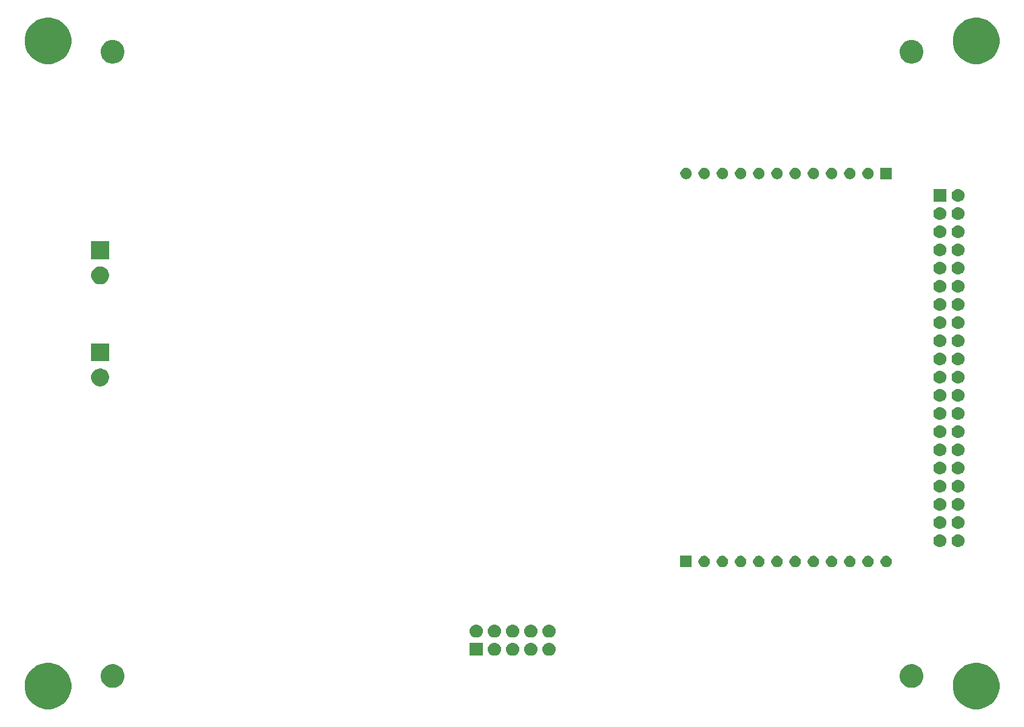
<source format=gbr>
G04 #@! TF.GenerationSoftware,KiCad,Pcbnew,(5.1.4)-1*
G04 #@! TF.CreationDate,2020-04-14T09:58:39-07:00*
G04 #@! TF.ProjectId,power,706f7765-722e-46b6-9963-61645f706362,rev?*
G04 #@! TF.SameCoordinates,Original*
G04 #@! TF.FileFunction,Soldermask,Bot*
G04 #@! TF.FilePolarity,Negative*
%FSLAX46Y46*%
G04 Gerber Fmt 4.6, Leading zero omitted, Abs format (unit mm)*
G04 Created by KiCad (PCBNEW (5.1.4)-1) date 2020-04-14 09:58:39*
%MOMM*%
%LPD*%
G04 APERTURE LIST*
%ADD10C,0.100000*%
G04 APERTURE END LIST*
D10*
G36*
X160654239Y-117461467D02*
G01*
X160968282Y-117523934D01*
X161559926Y-117769001D01*
X162092392Y-118124784D01*
X162545216Y-118577608D01*
X162900999Y-119110074D01*
X163146066Y-119701718D01*
X163152006Y-119731579D01*
X163211772Y-120032042D01*
X163271000Y-120329804D01*
X163271000Y-120970196D01*
X163146066Y-121598282D01*
X162900999Y-122189926D01*
X162545216Y-122722392D01*
X162092392Y-123175216D01*
X161559926Y-123530999D01*
X160968282Y-123776066D01*
X160654239Y-123838533D01*
X160340197Y-123901000D01*
X159699803Y-123901000D01*
X159385761Y-123838533D01*
X159071718Y-123776066D01*
X158480074Y-123530999D01*
X157947608Y-123175216D01*
X157494784Y-122722392D01*
X157139001Y-122189926D01*
X156893934Y-121598282D01*
X156769000Y-120970196D01*
X156769000Y-120329804D01*
X156828229Y-120032042D01*
X156887994Y-119731579D01*
X156893934Y-119701718D01*
X157139001Y-119110074D01*
X157494784Y-118577608D01*
X157947608Y-118124784D01*
X158480074Y-117769001D01*
X159071718Y-117523934D01*
X159385761Y-117461467D01*
X159699803Y-117399000D01*
X160340197Y-117399000D01*
X160654239Y-117461467D01*
X160654239Y-117461467D01*
G37*
G36*
X31114239Y-117461467D02*
G01*
X31428282Y-117523934D01*
X32019926Y-117769001D01*
X32552392Y-118124784D01*
X33005216Y-118577608D01*
X33360999Y-119110074D01*
X33606066Y-119701718D01*
X33612006Y-119731579D01*
X33671772Y-120032042D01*
X33731000Y-120329804D01*
X33731000Y-120970196D01*
X33606066Y-121598282D01*
X33360999Y-122189926D01*
X33005216Y-122722392D01*
X32552392Y-123175216D01*
X32019926Y-123530999D01*
X31428282Y-123776066D01*
X31114239Y-123838533D01*
X30800197Y-123901000D01*
X30159803Y-123901000D01*
X29845761Y-123838533D01*
X29531718Y-123776066D01*
X28940074Y-123530999D01*
X28407608Y-123175216D01*
X27954784Y-122722392D01*
X27599001Y-122189926D01*
X27353934Y-121598282D01*
X27229000Y-120970196D01*
X27229000Y-120329804D01*
X27288229Y-120032042D01*
X27347994Y-119731579D01*
X27353934Y-119701718D01*
X27599001Y-119110074D01*
X27954784Y-118577608D01*
X28407608Y-118124784D01*
X28940074Y-117769001D01*
X29531718Y-117523934D01*
X29845761Y-117461467D01*
X30159803Y-117399000D01*
X30800197Y-117399000D01*
X31114239Y-117461467D01*
X31114239Y-117461467D01*
G37*
G36*
X151375256Y-117641298D02*
G01*
X151481579Y-117662447D01*
X151782042Y-117786903D01*
X152052451Y-117967585D01*
X152282415Y-118197549D01*
X152463097Y-118467958D01*
X152587553Y-118768421D01*
X152651000Y-119087391D01*
X152651000Y-119412609D01*
X152587553Y-119731579D01*
X152463097Y-120032042D01*
X152282415Y-120302451D01*
X152052451Y-120532415D01*
X151782042Y-120713097D01*
X151481579Y-120837553D01*
X151375256Y-120858702D01*
X151162611Y-120901000D01*
X150837389Y-120901000D01*
X150624744Y-120858702D01*
X150518421Y-120837553D01*
X150217958Y-120713097D01*
X149947549Y-120532415D01*
X149717585Y-120302451D01*
X149536903Y-120032042D01*
X149412447Y-119731579D01*
X149349000Y-119412609D01*
X149349000Y-119087391D01*
X149412447Y-118768421D01*
X149536903Y-118467958D01*
X149717585Y-118197549D01*
X149947549Y-117967585D01*
X150217958Y-117786903D01*
X150518421Y-117662447D01*
X150624744Y-117641298D01*
X150837389Y-117599000D01*
X151162611Y-117599000D01*
X151375256Y-117641298D01*
X151375256Y-117641298D01*
G37*
G36*
X39875256Y-117641298D02*
G01*
X39981579Y-117662447D01*
X40282042Y-117786903D01*
X40552451Y-117967585D01*
X40782415Y-118197549D01*
X40963097Y-118467958D01*
X41087553Y-118768421D01*
X41151000Y-119087391D01*
X41151000Y-119412609D01*
X41087553Y-119731579D01*
X40963097Y-120032042D01*
X40782415Y-120302451D01*
X40552451Y-120532415D01*
X40282042Y-120713097D01*
X39981579Y-120837553D01*
X39875256Y-120858702D01*
X39662611Y-120901000D01*
X39337389Y-120901000D01*
X39124744Y-120858702D01*
X39018421Y-120837553D01*
X38717958Y-120713097D01*
X38447549Y-120532415D01*
X38217585Y-120302451D01*
X38036903Y-120032042D01*
X37912447Y-119731579D01*
X37849000Y-119412609D01*
X37849000Y-119087391D01*
X37912447Y-118768421D01*
X38036903Y-118467958D01*
X38217585Y-118197549D01*
X38447549Y-117967585D01*
X38717958Y-117786903D01*
X39018421Y-117662447D01*
X39124744Y-117641298D01*
X39337389Y-117599000D01*
X39662611Y-117599000D01*
X39875256Y-117641298D01*
X39875256Y-117641298D01*
G37*
G36*
X92969294Y-114598633D02*
G01*
X93141695Y-114650931D01*
X93300583Y-114735858D01*
X93439849Y-114850151D01*
X93554142Y-114989417D01*
X93639069Y-115148305D01*
X93691367Y-115320706D01*
X93709025Y-115500000D01*
X93691367Y-115679294D01*
X93639069Y-115851695D01*
X93554142Y-116010583D01*
X93439849Y-116149849D01*
X93300583Y-116264142D01*
X93141695Y-116349069D01*
X92969294Y-116401367D01*
X92834931Y-116414600D01*
X92745069Y-116414600D01*
X92610706Y-116401367D01*
X92438305Y-116349069D01*
X92279417Y-116264142D01*
X92140151Y-116149849D01*
X92025858Y-116010583D01*
X91940931Y-115851695D01*
X91888633Y-115679294D01*
X91870975Y-115500000D01*
X91888633Y-115320706D01*
X91940931Y-115148305D01*
X92025858Y-114989417D01*
X92140151Y-114850151D01*
X92279417Y-114735858D01*
X92438305Y-114650931D01*
X92610706Y-114598633D01*
X92745069Y-114585400D01*
X92834931Y-114585400D01*
X92969294Y-114598633D01*
X92969294Y-114598633D01*
G37*
G36*
X98049294Y-114598633D02*
G01*
X98221695Y-114650931D01*
X98380583Y-114735858D01*
X98519849Y-114850151D01*
X98634142Y-114989417D01*
X98719069Y-115148305D01*
X98771367Y-115320706D01*
X98789025Y-115500000D01*
X98771367Y-115679294D01*
X98719069Y-115851695D01*
X98634142Y-116010583D01*
X98519849Y-116149849D01*
X98380583Y-116264142D01*
X98221695Y-116349069D01*
X98049294Y-116401367D01*
X97914931Y-116414600D01*
X97825069Y-116414600D01*
X97690706Y-116401367D01*
X97518305Y-116349069D01*
X97359417Y-116264142D01*
X97220151Y-116149849D01*
X97105858Y-116010583D01*
X97020931Y-115851695D01*
X96968633Y-115679294D01*
X96950975Y-115500000D01*
X96968633Y-115320706D01*
X97020931Y-115148305D01*
X97105858Y-114989417D01*
X97220151Y-114850151D01*
X97359417Y-114735858D01*
X97518305Y-114650931D01*
X97690706Y-114598633D01*
X97825069Y-114585400D01*
X97914931Y-114585400D01*
X98049294Y-114598633D01*
X98049294Y-114598633D01*
G37*
G36*
X100589294Y-114598633D02*
G01*
X100761695Y-114650931D01*
X100920583Y-114735858D01*
X101059849Y-114850151D01*
X101174142Y-114989417D01*
X101259069Y-115148305D01*
X101311367Y-115320706D01*
X101329025Y-115500000D01*
X101311367Y-115679294D01*
X101259069Y-115851695D01*
X101174142Y-116010583D01*
X101059849Y-116149849D01*
X100920583Y-116264142D01*
X100761695Y-116349069D01*
X100589294Y-116401367D01*
X100454931Y-116414600D01*
X100365069Y-116414600D01*
X100230706Y-116401367D01*
X100058305Y-116349069D01*
X99899417Y-116264142D01*
X99760151Y-116149849D01*
X99645858Y-116010583D01*
X99560931Y-115851695D01*
X99508633Y-115679294D01*
X99490975Y-115500000D01*
X99508633Y-115320706D01*
X99560931Y-115148305D01*
X99645858Y-114989417D01*
X99760151Y-114850151D01*
X99899417Y-114735858D01*
X100058305Y-114650931D01*
X100230706Y-114598633D01*
X100365069Y-114585400D01*
X100454931Y-114585400D01*
X100589294Y-114598633D01*
X100589294Y-114598633D01*
G37*
G36*
X91164600Y-116414600D02*
G01*
X89335400Y-116414600D01*
X89335400Y-114585400D01*
X91164600Y-114585400D01*
X91164600Y-116414600D01*
X91164600Y-116414600D01*
G37*
G36*
X95509294Y-114598633D02*
G01*
X95681695Y-114650931D01*
X95840583Y-114735858D01*
X95979849Y-114850151D01*
X96094142Y-114989417D01*
X96179069Y-115148305D01*
X96231367Y-115320706D01*
X96249025Y-115500000D01*
X96231367Y-115679294D01*
X96179069Y-115851695D01*
X96094142Y-116010583D01*
X95979849Y-116149849D01*
X95840583Y-116264142D01*
X95681695Y-116349069D01*
X95509294Y-116401367D01*
X95374931Y-116414600D01*
X95285069Y-116414600D01*
X95150706Y-116401367D01*
X94978305Y-116349069D01*
X94819417Y-116264142D01*
X94680151Y-116149849D01*
X94565858Y-116010583D01*
X94480931Y-115851695D01*
X94428633Y-115679294D01*
X94410975Y-115500000D01*
X94428633Y-115320706D01*
X94480931Y-115148305D01*
X94565858Y-114989417D01*
X94680151Y-114850151D01*
X94819417Y-114735858D01*
X94978305Y-114650931D01*
X95150706Y-114598633D01*
X95285069Y-114585400D01*
X95374931Y-114585400D01*
X95509294Y-114598633D01*
X95509294Y-114598633D01*
G37*
G36*
X95509294Y-112058633D02*
G01*
X95681695Y-112110931D01*
X95840583Y-112195858D01*
X95979849Y-112310151D01*
X96094142Y-112449417D01*
X96179069Y-112608305D01*
X96231367Y-112780706D01*
X96249025Y-112960000D01*
X96231367Y-113139294D01*
X96179069Y-113311695D01*
X96094142Y-113470583D01*
X95979849Y-113609849D01*
X95840583Y-113724142D01*
X95681695Y-113809069D01*
X95509294Y-113861367D01*
X95374931Y-113874600D01*
X95285069Y-113874600D01*
X95150706Y-113861367D01*
X94978305Y-113809069D01*
X94819417Y-113724142D01*
X94680151Y-113609849D01*
X94565858Y-113470583D01*
X94480931Y-113311695D01*
X94428633Y-113139294D01*
X94410975Y-112960000D01*
X94428633Y-112780706D01*
X94480931Y-112608305D01*
X94565858Y-112449417D01*
X94680151Y-112310151D01*
X94819417Y-112195858D01*
X94978305Y-112110931D01*
X95150706Y-112058633D01*
X95285069Y-112045400D01*
X95374931Y-112045400D01*
X95509294Y-112058633D01*
X95509294Y-112058633D01*
G37*
G36*
X92969294Y-112058633D02*
G01*
X93141695Y-112110931D01*
X93300583Y-112195858D01*
X93439849Y-112310151D01*
X93554142Y-112449417D01*
X93639069Y-112608305D01*
X93691367Y-112780706D01*
X93709025Y-112960000D01*
X93691367Y-113139294D01*
X93639069Y-113311695D01*
X93554142Y-113470583D01*
X93439849Y-113609849D01*
X93300583Y-113724142D01*
X93141695Y-113809069D01*
X92969294Y-113861367D01*
X92834931Y-113874600D01*
X92745069Y-113874600D01*
X92610706Y-113861367D01*
X92438305Y-113809069D01*
X92279417Y-113724142D01*
X92140151Y-113609849D01*
X92025858Y-113470583D01*
X91940931Y-113311695D01*
X91888633Y-113139294D01*
X91870975Y-112960000D01*
X91888633Y-112780706D01*
X91940931Y-112608305D01*
X92025858Y-112449417D01*
X92140151Y-112310151D01*
X92279417Y-112195858D01*
X92438305Y-112110931D01*
X92610706Y-112058633D01*
X92745069Y-112045400D01*
X92834931Y-112045400D01*
X92969294Y-112058633D01*
X92969294Y-112058633D01*
G37*
G36*
X90429294Y-112058633D02*
G01*
X90601695Y-112110931D01*
X90760583Y-112195858D01*
X90899849Y-112310151D01*
X91014142Y-112449417D01*
X91099069Y-112608305D01*
X91151367Y-112780706D01*
X91169025Y-112960000D01*
X91151367Y-113139294D01*
X91099069Y-113311695D01*
X91014142Y-113470583D01*
X90899849Y-113609849D01*
X90760583Y-113724142D01*
X90601695Y-113809069D01*
X90429294Y-113861367D01*
X90294931Y-113874600D01*
X90205069Y-113874600D01*
X90070706Y-113861367D01*
X89898305Y-113809069D01*
X89739417Y-113724142D01*
X89600151Y-113609849D01*
X89485858Y-113470583D01*
X89400931Y-113311695D01*
X89348633Y-113139294D01*
X89330975Y-112960000D01*
X89348633Y-112780706D01*
X89400931Y-112608305D01*
X89485858Y-112449417D01*
X89600151Y-112310151D01*
X89739417Y-112195858D01*
X89898305Y-112110931D01*
X90070706Y-112058633D01*
X90205069Y-112045400D01*
X90294931Y-112045400D01*
X90429294Y-112058633D01*
X90429294Y-112058633D01*
G37*
G36*
X98049294Y-112058633D02*
G01*
X98221695Y-112110931D01*
X98380583Y-112195858D01*
X98519849Y-112310151D01*
X98634142Y-112449417D01*
X98719069Y-112608305D01*
X98771367Y-112780706D01*
X98789025Y-112960000D01*
X98771367Y-113139294D01*
X98719069Y-113311695D01*
X98634142Y-113470583D01*
X98519849Y-113609849D01*
X98380583Y-113724142D01*
X98221695Y-113809069D01*
X98049294Y-113861367D01*
X97914931Y-113874600D01*
X97825069Y-113874600D01*
X97690706Y-113861367D01*
X97518305Y-113809069D01*
X97359417Y-113724142D01*
X97220151Y-113609849D01*
X97105858Y-113470583D01*
X97020931Y-113311695D01*
X96968633Y-113139294D01*
X96950975Y-112960000D01*
X96968633Y-112780706D01*
X97020931Y-112608305D01*
X97105858Y-112449417D01*
X97220151Y-112310151D01*
X97359417Y-112195858D01*
X97518305Y-112110931D01*
X97690706Y-112058633D01*
X97825069Y-112045400D01*
X97914931Y-112045400D01*
X98049294Y-112058633D01*
X98049294Y-112058633D01*
G37*
G36*
X100589294Y-112058633D02*
G01*
X100761695Y-112110931D01*
X100920583Y-112195858D01*
X101059849Y-112310151D01*
X101174142Y-112449417D01*
X101259069Y-112608305D01*
X101311367Y-112780706D01*
X101329025Y-112960000D01*
X101311367Y-113139294D01*
X101259069Y-113311695D01*
X101174142Y-113470583D01*
X101059849Y-113609849D01*
X100920583Y-113724142D01*
X100761695Y-113809069D01*
X100589294Y-113861367D01*
X100454931Y-113874600D01*
X100365069Y-113874600D01*
X100230706Y-113861367D01*
X100058305Y-113809069D01*
X99899417Y-113724142D01*
X99760151Y-113609849D01*
X99645858Y-113470583D01*
X99560931Y-113311695D01*
X99508633Y-113139294D01*
X99490975Y-112960000D01*
X99508633Y-112780706D01*
X99560931Y-112608305D01*
X99645858Y-112449417D01*
X99760151Y-112310151D01*
X99899417Y-112195858D01*
X100058305Y-112110931D01*
X100230706Y-112058633D01*
X100365069Y-112045400D01*
X100454931Y-112045400D01*
X100589294Y-112058633D01*
X100589294Y-112058633D01*
G37*
G36*
X132464810Y-102475935D02*
G01*
X132611309Y-102536617D01*
X132611310Y-102536618D01*
X132743158Y-102624716D01*
X132855284Y-102736842D01*
X132855285Y-102736844D01*
X132943383Y-102868691D01*
X133004065Y-103015190D01*
X133035000Y-103170713D01*
X133035000Y-103329287D01*
X133004065Y-103484810D01*
X132943383Y-103631309D01*
X132943382Y-103631310D01*
X132855284Y-103763158D01*
X132743158Y-103875284D01*
X132676785Y-103919633D01*
X132611309Y-103963383D01*
X132464810Y-104024065D01*
X132309287Y-104055000D01*
X132150713Y-104055000D01*
X131995190Y-104024065D01*
X131848691Y-103963383D01*
X131783215Y-103919633D01*
X131716842Y-103875284D01*
X131604716Y-103763158D01*
X131516618Y-103631310D01*
X131516617Y-103631309D01*
X131455935Y-103484810D01*
X131425000Y-103329287D01*
X131425000Y-103170713D01*
X131455935Y-103015190D01*
X131516617Y-102868691D01*
X131604715Y-102736844D01*
X131604716Y-102736842D01*
X131716842Y-102624716D01*
X131848690Y-102536618D01*
X131848691Y-102536617D01*
X131995190Y-102475935D01*
X132150713Y-102445000D01*
X132309287Y-102445000D01*
X132464810Y-102475935D01*
X132464810Y-102475935D01*
G37*
G36*
X140084810Y-102475935D02*
G01*
X140231309Y-102536617D01*
X140231310Y-102536618D01*
X140363158Y-102624716D01*
X140475284Y-102736842D01*
X140475285Y-102736844D01*
X140563383Y-102868691D01*
X140624065Y-103015190D01*
X140655000Y-103170713D01*
X140655000Y-103329287D01*
X140624065Y-103484810D01*
X140563383Y-103631309D01*
X140563382Y-103631310D01*
X140475284Y-103763158D01*
X140363158Y-103875284D01*
X140296785Y-103919633D01*
X140231309Y-103963383D01*
X140084810Y-104024065D01*
X139929287Y-104055000D01*
X139770713Y-104055000D01*
X139615190Y-104024065D01*
X139468691Y-103963383D01*
X139403215Y-103919633D01*
X139336842Y-103875284D01*
X139224716Y-103763158D01*
X139136618Y-103631310D01*
X139136617Y-103631309D01*
X139075935Y-103484810D01*
X139045000Y-103329287D01*
X139045000Y-103170713D01*
X139075935Y-103015190D01*
X139136617Y-102868691D01*
X139224715Y-102736844D01*
X139224716Y-102736842D01*
X139336842Y-102624716D01*
X139468690Y-102536618D01*
X139468691Y-102536617D01*
X139615190Y-102475935D01*
X139770713Y-102445000D01*
X139929287Y-102445000D01*
X140084810Y-102475935D01*
X140084810Y-102475935D01*
G37*
G36*
X137544810Y-102475935D02*
G01*
X137691309Y-102536617D01*
X137691310Y-102536618D01*
X137823158Y-102624716D01*
X137935284Y-102736842D01*
X137935285Y-102736844D01*
X138023383Y-102868691D01*
X138084065Y-103015190D01*
X138115000Y-103170713D01*
X138115000Y-103329287D01*
X138084065Y-103484810D01*
X138023383Y-103631309D01*
X138023382Y-103631310D01*
X137935284Y-103763158D01*
X137823158Y-103875284D01*
X137756785Y-103919633D01*
X137691309Y-103963383D01*
X137544810Y-104024065D01*
X137389287Y-104055000D01*
X137230713Y-104055000D01*
X137075190Y-104024065D01*
X136928691Y-103963383D01*
X136863215Y-103919633D01*
X136796842Y-103875284D01*
X136684716Y-103763158D01*
X136596618Y-103631310D01*
X136596617Y-103631309D01*
X136535935Y-103484810D01*
X136505000Y-103329287D01*
X136505000Y-103170713D01*
X136535935Y-103015190D01*
X136596617Y-102868691D01*
X136684715Y-102736844D01*
X136684716Y-102736842D01*
X136796842Y-102624716D01*
X136928690Y-102536618D01*
X136928691Y-102536617D01*
X137075190Y-102475935D01*
X137230713Y-102445000D01*
X137389287Y-102445000D01*
X137544810Y-102475935D01*
X137544810Y-102475935D01*
G37*
G36*
X135004810Y-102475935D02*
G01*
X135151309Y-102536617D01*
X135151310Y-102536618D01*
X135283158Y-102624716D01*
X135395284Y-102736842D01*
X135395285Y-102736844D01*
X135483383Y-102868691D01*
X135544065Y-103015190D01*
X135575000Y-103170713D01*
X135575000Y-103329287D01*
X135544065Y-103484810D01*
X135483383Y-103631309D01*
X135483382Y-103631310D01*
X135395284Y-103763158D01*
X135283158Y-103875284D01*
X135216785Y-103919633D01*
X135151309Y-103963383D01*
X135004810Y-104024065D01*
X134849287Y-104055000D01*
X134690713Y-104055000D01*
X134535190Y-104024065D01*
X134388691Y-103963383D01*
X134323215Y-103919633D01*
X134256842Y-103875284D01*
X134144716Y-103763158D01*
X134056618Y-103631310D01*
X134056617Y-103631309D01*
X133995935Y-103484810D01*
X133965000Y-103329287D01*
X133965000Y-103170713D01*
X133995935Y-103015190D01*
X134056617Y-102868691D01*
X134144715Y-102736844D01*
X134144716Y-102736842D01*
X134256842Y-102624716D01*
X134388690Y-102536618D01*
X134388691Y-102536617D01*
X134535190Y-102475935D01*
X134690713Y-102445000D01*
X134849287Y-102445000D01*
X135004810Y-102475935D01*
X135004810Y-102475935D01*
G37*
G36*
X129924810Y-102475935D02*
G01*
X130071309Y-102536617D01*
X130071310Y-102536618D01*
X130203158Y-102624716D01*
X130315284Y-102736842D01*
X130315285Y-102736844D01*
X130403383Y-102868691D01*
X130464065Y-103015190D01*
X130495000Y-103170713D01*
X130495000Y-103329287D01*
X130464065Y-103484810D01*
X130403383Y-103631309D01*
X130403382Y-103631310D01*
X130315284Y-103763158D01*
X130203158Y-103875284D01*
X130136785Y-103919633D01*
X130071309Y-103963383D01*
X129924810Y-104024065D01*
X129769287Y-104055000D01*
X129610713Y-104055000D01*
X129455190Y-104024065D01*
X129308691Y-103963383D01*
X129243215Y-103919633D01*
X129176842Y-103875284D01*
X129064716Y-103763158D01*
X128976618Y-103631310D01*
X128976617Y-103631309D01*
X128915935Y-103484810D01*
X128885000Y-103329287D01*
X128885000Y-103170713D01*
X128915935Y-103015190D01*
X128976617Y-102868691D01*
X129064715Y-102736844D01*
X129064716Y-102736842D01*
X129176842Y-102624716D01*
X129308690Y-102536618D01*
X129308691Y-102536617D01*
X129455190Y-102475935D01*
X129610713Y-102445000D01*
X129769287Y-102445000D01*
X129924810Y-102475935D01*
X129924810Y-102475935D01*
G37*
G36*
X127384810Y-102475935D02*
G01*
X127531309Y-102536617D01*
X127531310Y-102536618D01*
X127663158Y-102624716D01*
X127775284Y-102736842D01*
X127775285Y-102736844D01*
X127863383Y-102868691D01*
X127924065Y-103015190D01*
X127955000Y-103170713D01*
X127955000Y-103329287D01*
X127924065Y-103484810D01*
X127863383Y-103631309D01*
X127863382Y-103631310D01*
X127775284Y-103763158D01*
X127663158Y-103875284D01*
X127596785Y-103919633D01*
X127531309Y-103963383D01*
X127384810Y-104024065D01*
X127229287Y-104055000D01*
X127070713Y-104055000D01*
X126915190Y-104024065D01*
X126768691Y-103963383D01*
X126703215Y-103919633D01*
X126636842Y-103875284D01*
X126524716Y-103763158D01*
X126436618Y-103631310D01*
X126436617Y-103631309D01*
X126375935Y-103484810D01*
X126345000Y-103329287D01*
X126345000Y-103170713D01*
X126375935Y-103015190D01*
X126436617Y-102868691D01*
X126524715Y-102736844D01*
X126524716Y-102736842D01*
X126636842Y-102624716D01*
X126768690Y-102536618D01*
X126768691Y-102536617D01*
X126915190Y-102475935D01*
X127070713Y-102445000D01*
X127229287Y-102445000D01*
X127384810Y-102475935D01*
X127384810Y-102475935D01*
G37*
G36*
X122304810Y-102475935D02*
G01*
X122451309Y-102536617D01*
X122451310Y-102536618D01*
X122583158Y-102624716D01*
X122695284Y-102736842D01*
X122695285Y-102736844D01*
X122783383Y-102868691D01*
X122844065Y-103015190D01*
X122875000Y-103170713D01*
X122875000Y-103329287D01*
X122844065Y-103484810D01*
X122783383Y-103631309D01*
X122783382Y-103631310D01*
X122695284Y-103763158D01*
X122583158Y-103875284D01*
X122516785Y-103919633D01*
X122451309Y-103963383D01*
X122304810Y-104024065D01*
X122149287Y-104055000D01*
X121990713Y-104055000D01*
X121835190Y-104024065D01*
X121688691Y-103963383D01*
X121623215Y-103919633D01*
X121556842Y-103875284D01*
X121444716Y-103763158D01*
X121356618Y-103631310D01*
X121356617Y-103631309D01*
X121295935Y-103484810D01*
X121265000Y-103329287D01*
X121265000Y-103170713D01*
X121295935Y-103015190D01*
X121356617Y-102868691D01*
X121444715Y-102736844D01*
X121444716Y-102736842D01*
X121556842Y-102624716D01*
X121688690Y-102536618D01*
X121688691Y-102536617D01*
X121835190Y-102475935D01*
X121990713Y-102445000D01*
X122149287Y-102445000D01*
X122304810Y-102475935D01*
X122304810Y-102475935D01*
G37*
G36*
X120335000Y-104055000D02*
G01*
X118725000Y-104055000D01*
X118725000Y-102445000D01*
X120335000Y-102445000D01*
X120335000Y-104055000D01*
X120335000Y-104055000D01*
G37*
G36*
X145164810Y-102475935D02*
G01*
X145311309Y-102536617D01*
X145311310Y-102536618D01*
X145443158Y-102624716D01*
X145555284Y-102736842D01*
X145555285Y-102736844D01*
X145643383Y-102868691D01*
X145704065Y-103015190D01*
X145735000Y-103170713D01*
X145735000Y-103329287D01*
X145704065Y-103484810D01*
X145643383Y-103631309D01*
X145643382Y-103631310D01*
X145555284Y-103763158D01*
X145443158Y-103875284D01*
X145376785Y-103919633D01*
X145311309Y-103963383D01*
X145164810Y-104024065D01*
X145009287Y-104055000D01*
X144850713Y-104055000D01*
X144695190Y-104024065D01*
X144548691Y-103963383D01*
X144483215Y-103919633D01*
X144416842Y-103875284D01*
X144304716Y-103763158D01*
X144216618Y-103631310D01*
X144216617Y-103631309D01*
X144155935Y-103484810D01*
X144125000Y-103329287D01*
X144125000Y-103170713D01*
X144155935Y-103015190D01*
X144216617Y-102868691D01*
X144304715Y-102736844D01*
X144304716Y-102736842D01*
X144416842Y-102624716D01*
X144548690Y-102536618D01*
X144548691Y-102536617D01*
X144695190Y-102475935D01*
X144850713Y-102445000D01*
X145009287Y-102445000D01*
X145164810Y-102475935D01*
X145164810Y-102475935D01*
G37*
G36*
X142624810Y-102475935D02*
G01*
X142771309Y-102536617D01*
X142771310Y-102536618D01*
X142903158Y-102624716D01*
X143015284Y-102736842D01*
X143015285Y-102736844D01*
X143103383Y-102868691D01*
X143164065Y-103015190D01*
X143195000Y-103170713D01*
X143195000Y-103329287D01*
X143164065Y-103484810D01*
X143103383Y-103631309D01*
X143103382Y-103631310D01*
X143015284Y-103763158D01*
X142903158Y-103875284D01*
X142836785Y-103919633D01*
X142771309Y-103963383D01*
X142624810Y-104024065D01*
X142469287Y-104055000D01*
X142310713Y-104055000D01*
X142155190Y-104024065D01*
X142008691Y-103963383D01*
X141943215Y-103919633D01*
X141876842Y-103875284D01*
X141764716Y-103763158D01*
X141676618Y-103631310D01*
X141676617Y-103631309D01*
X141615935Y-103484810D01*
X141585000Y-103329287D01*
X141585000Y-103170713D01*
X141615935Y-103015190D01*
X141676617Y-102868691D01*
X141764715Y-102736844D01*
X141764716Y-102736842D01*
X141876842Y-102624716D01*
X142008690Y-102536618D01*
X142008691Y-102536617D01*
X142155190Y-102475935D01*
X142310713Y-102445000D01*
X142469287Y-102445000D01*
X142624810Y-102475935D01*
X142624810Y-102475935D01*
G37*
G36*
X147704810Y-102475935D02*
G01*
X147851309Y-102536617D01*
X147851310Y-102536618D01*
X147983158Y-102624716D01*
X148095284Y-102736842D01*
X148095285Y-102736844D01*
X148183383Y-102868691D01*
X148244065Y-103015190D01*
X148275000Y-103170713D01*
X148275000Y-103329287D01*
X148244065Y-103484810D01*
X148183383Y-103631309D01*
X148183382Y-103631310D01*
X148095284Y-103763158D01*
X147983158Y-103875284D01*
X147916785Y-103919633D01*
X147851309Y-103963383D01*
X147704810Y-104024065D01*
X147549287Y-104055000D01*
X147390713Y-104055000D01*
X147235190Y-104024065D01*
X147088691Y-103963383D01*
X147023215Y-103919633D01*
X146956842Y-103875284D01*
X146844716Y-103763158D01*
X146756618Y-103631310D01*
X146756617Y-103631309D01*
X146695935Y-103484810D01*
X146665000Y-103329287D01*
X146665000Y-103170713D01*
X146695935Y-103015190D01*
X146756617Y-102868691D01*
X146844715Y-102736844D01*
X146844716Y-102736842D01*
X146956842Y-102624716D01*
X147088690Y-102536618D01*
X147088691Y-102536617D01*
X147235190Y-102475935D01*
X147390713Y-102445000D01*
X147549287Y-102445000D01*
X147704810Y-102475935D01*
X147704810Y-102475935D01*
G37*
G36*
X124844810Y-102475935D02*
G01*
X124991309Y-102536617D01*
X124991310Y-102536618D01*
X125123158Y-102624716D01*
X125235284Y-102736842D01*
X125235285Y-102736844D01*
X125323383Y-102868691D01*
X125384065Y-103015190D01*
X125415000Y-103170713D01*
X125415000Y-103329287D01*
X125384065Y-103484810D01*
X125323383Y-103631309D01*
X125323382Y-103631310D01*
X125235284Y-103763158D01*
X125123158Y-103875284D01*
X125056785Y-103919633D01*
X124991309Y-103963383D01*
X124844810Y-104024065D01*
X124689287Y-104055000D01*
X124530713Y-104055000D01*
X124375190Y-104024065D01*
X124228691Y-103963383D01*
X124163215Y-103919633D01*
X124096842Y-103875284D01*
X123984716Y-103763158D01*
X123896618Y-103631310D01*
X123896617Y-103631309D01*
X123835935Y-103484810D01*
X123805000Y-103329287D01*
X123805000Y-103170713D01*
X123835935Y-103015190D01*
X123896617Y-102868691D01*
X123984715Y-102736844D01*
X123984716Y-102736842D01*
X124096842Y-102624716D01*
X124228690Y-102536618D01*
X124228691Y-102536617D01*
X124375190Y-102475935D01*
X124530713Y-102445000D01*
X124689287Y-102445000D01*
X124844810Y-102475935D01*
X124844810Y-102475935D01*
G37*
G36*
X157590443Y-99435519D02*
G01*
X157656627Y-99442037D01*
X157826466Y-99493557D01*
X157982991Y-99577222D01*
X158018729Y-99606552D01*
X158120186Y-99689814D01*
X158203448Y-99791271D01*
X158232778Y-99827009D01*
X158316443Y-99983534D01*
X158367963Y-100153373D01*
X158385359Y-100330000D01*
X158367963Y-100506627D01*
X158316443Y-100676466D01*
X158232778Y-100832991D01*
X158203448Y-100868729D01*
X158120186Y-100970186D01*
X158018729Y-101053448D01*
X157982991Y-101082778D01*
X157826466Y-101166443D01*
X157656627Y-101217963D01*
X157590443Y-101224481D01*
X157524260Y-101231000D01*
X157435740Y-101231000D01*
X157369558Y-101224482D01*
X157303373Y-101217963D01*
X157133534Y-101166443D01*
X156977009Y-101082778D01*
X156941271Y-101053448D01*
X156839814Y-100970186D01*
X156756552Y-100868729D01*
X156727222Y-100832991D01*
X156643557Y-100676466D01*
X156592037Y-100506627D01*
X156574641Y-100330000D01*
X156592037Y-100153373D01*
X156643557Y-99983534D01*
X156727222Y-99827009D01*
X156756552Y-99791271D01*
X156839814Y-99689814D01*
X156941271Y-99606552D01*
X156977009Y-99577222D01*
X157133534Y-99493557D01*
X157303373Y-99442037D01*
X157369558Y-99435518D01*
X157435740Y-99429000D01*
X157524260Y-99429000D01*
X157590443Y-99435519D01*
X157590443Y-99435519D01*
G37*
G36*
X155050443Y-99435519D02*
G01*
X155116627Y-99442037D01*
X155286466Y-99493557D01*
X155442991Y-99577222D01*
X155478729Y-99606552D01*
X155580186Y-99689814D01*
X155663448Y-99791271D01*
X155692778Y-99827009D01*
X155776443Y-99983534D01*
X155827963Y-100153373D01*
X155845359Y-100330000D01*
X155827963Y-100506627D01*
X155776443Y-100676466D01*
X155692778Y-100832991D01*
X155663448Y-100868729D01*
X155580186Y-100970186D01*
X155478729Y-101053448D01*
X155442991Y-101082778D01*
X155286466Y-101166443D01*
X155116627Y-101217963D01*
X155050443Y-101224481D01*
X154984260Y-101231000D01*
X154895740Y-101231000D01*
X154829558Y-101224482D01*
X154763373Y-101217963D01*
X154593534Y-101166443D01*
X154437009Y-101082778D01*
X154401271Y-101053448D01*
X154299814Y-100970186D01*
X154216552Y-100868729D01*
X154187222Y-100832991D01*
X154103557Y-100676466D01*
X154052037Y-100506627D01*
X154034641Y-100330000D01*
X154052037Y-100153373D01*
X154103557Y-99983534D01*
X154187222Y-99827009D01*
X154216552Y-99791271D01*
X154299814Y-99689814D01*
X154401271Y-99606552D01*
X154437009Y-99577222D01*
X154593534Y-99493557D01*
X154763373Y-99442037D01*
X154829558Y-99435518D01*
X154895740Y-99429000D01*
X154984260Y-99429000D01*
X155050443Y-99435519D01*
X155050443Y-99435519D01*
G37*
G36*
X157590442Y-96895518D02*
G01*
X157656627Y-96902037D01*
X157826466Y-96953557D01*
X157982991Y-97037222D01*
X158018729Y-97066552D01*
X158120186Y-97149814D01*
X158203448Y-97251271D01*
X158232778Y-97287009D01*
X158316443Y-97443534D01*
X158367963Y-97613373D01*
X158385359Y-97790000D01*
X158367963Y-97966627D01*
X158316443Y-98136466D01*
X158232778Y-98292991D01*
X158203448Y-98328729D01*
X158120186Y-98430186D01*
X158018729Y-98513448D01*
X157982991Y-98542778D01*
X157826466Y-98626443D01*
X157656627Y-98677963D01*
X157590442Y-98684482D01*
X157524260Y-98691000D01*
X157435740Y-98691000D01*
X157369558Y-98684482D01*
X157303373Y-98677963D01*
X157133534Y-98626443D01*
X156977009Y-98542778D01*
X156941271Y-98513448D01*
X156839814Y-98430186D01*
X156756552Y-98328729D01*
X156727222Y-98292991D01*
X156643557Y-98136466D01*
X156592037Y-97966627D01*
X156574641Y-97790000D01*
X156592037Y-97613373D01*
X156643557Y-97443534D01*
X156727222Y-97287009D01*
X156756552Y-97251271D01*
X156839814Y-97149814D01*
X156941271Y-97066552D01*
X156977009Y-97037222D01*
X157133534Y-96953557D01*
X157303373Y-96902037D01*
X157369558Y-96895518D01*
X157435740Y-96889000D01*
X157524260Y-96889000D01*
X157590442Y-96895518D01*
X157590442Y-96895518D01*
G37*
G36*
X155050442Y-96895518D02*
G01*
X155116627Y-96902037D01*
X155286466Y-96953557D01*
X155442991Y-97037222D01*
X155478729Y-97066552D01*
X155580186Y-97149814D01*
X155663448Y-97251271D01*
X155692778Y-97287009D01*
X155776443Y-97443534D01*
X155827963Y-97613373D01*
X155845359Y-97790000D01*
X155827963Y-97966627D01*
X155776443Y-98136466D01*
X155692778Y-98292991D01*
X155663448Y-98328729D01*
X155580186Y-98430186D01*
X155478729Y-98513448D01*
X155442991Y-98542778D01*
X155286466Y-98626443D01*
X155116627Y-98677963D01*
X155050442Y-98684482D01*
X154984260Y-98691000D01*
X154895740Y-98691000D01*
X154829558Y-98684482D01*
X154763373Y-98677963D01*
X154593534Y-98626443D01*
X154437009Y-98542778D01*
X154401271Y-98513448D01*
X154299814Y-98430186D01*
X154216552Y-98328729D01*
X154187222Y-98292991D01*
X154103557Y-98136466D01*
X154052037Y-97966627D01*
X154034641Y-97790000D01*
X154052037Y-97613373D01*
X154103557Y-97443534D01*
X154187222Y-97287009D01*
X154216552Y-97251271D01*
X154299814Y-97149814D01*
X154401271Y-97066552D01*
X154437009Y-97037222D01*
X154593534Y-96953557D01*
X154763373Y-96902037D01*
X154829558Y-96895518D01*
X154895740Y-96889000D01*
X154984260Y-96889000D01*
X155050442Y-96895518D01*
X155050442Y-96895518D01*
G37*
G36*
X157590442Y-94355518D02*
G01*
X157656627Y-94362037D01*
X157826466Y-94413557D01*
X157982991Y-94497222D01*
X158018729Y-94526552D01*
X158120186Y-94609814D01*
X158203448Y-94711271D01*
X158232778Y-94747009D01*
X158316443Y-94903534D01*
X158367963Y-95073373D01*
X158385359Y-95250000D01*
X158367963Y-95426627D01*
X158316443Y-95596466D01*
X158232778Y-95752991D01*
X158203448Y-95788729D01*
X158120186Y-95890186D01*
X158018729Y-95973448D01*
X157982991Y-96002778D01*
X157826466Y-96086443D01*
X157656627Y-96137963D01*
X157590443Y-96144481D01*
X157524260Y-96151000D01*
X157435740Y-96151000D01*
X157369558Y-96144482D01*
X157303373Y-96137963D01*
X157133534Y-96086443D01*
X156977009Y-96002778D01*
X156941271Y-95973448D01*
X156839814Y-95890186D01*
X156756552Y-95788729D01*
X156727222Y-95752991D01*
X156643557Y-95596466D01*
X156592037Y-95426627D01*
X156574641Y-95250000D01*
X156592037Y-95073373D01*
X156643557Y-94903534D01*
X156727222Y-94747009D01*
X156756552Y-94711271D01*
X156839814Y-94609814D01*
X156941271Y-94526552D01*
X156977009Y-94497222D01*
X157133534Y-94413557D01*
X157303373Y-94362037D01*
X157369557Y-94355519D01*
X157435740Y-94349000D01*
X157524260Y-94349000D01*
X157590442Y-94355518D01*
X157590442Y-94355518D01*
G37*
G36*
X155050442Y-94355518D02*
G01*
X155116627Y-94362037D01*
X155286466Y-94413557D01*
X155442991Y-94497222D01*
X155478729Y-94526552D01*
X155580186Y-94609814D01*
X155663448Y-94711271D01*
X155692778Y-94747009D01*
X155776443Y-94903534D01*
X155827963Y-95073373D01*
X155845359Y-95250000D01*
X155827963Y-95426627D01*
X155776443Y-95596466D01*
X155692778Y-95752991D01*
X155663448Y-95788729D01*
X155580186Y-95890186D01*
X155478729Y-95973448D01*
X155442991Y-96002778D01*
X155286466Y-96086443D01*
X155116627Y-96137963D01*
X155050443Y-96144481D01*
X154984260Y-96151000D01*
X154895740Y-96151000D01*
X154829558Y-96144482D01*
X154763373Y-96137963D01*
X154593534Y-96086443D01*
X154437009Y-96002778D01*
X154401271Y-95973448D01*
X154299814Y-95890186D01*
X154216552Y-95788729D01*
X154187222Y-95752991D01*
X154103557Y-95596466D01*
X154052037Y-95426627D01*
X154034641Y-95250000D01*
X154052037Y-95073373D01*
X154103557Y-94903534D01*
X154187222Y-94747009D01*
X154216552Y-94711271D01*
X154299814Y-94609814D01*
X154401271Y-94526552D01*
X154437009Y-94497222D01*
X154593534Y-94413557D01*
X154763373Y-94362037D01*
X154829557Y-94355519D01*
X154895740Y-94349000D01*
X154984260Y-94349000D01*
X155050442Y-94355518D01*
X155050442Y-94355518D01*
G37*
G36*
X157590442Y-91815518D02*
G01*
X157656627Y-91822037D01*
X157826466Y-91873557D01*
X157982991Y-91957222D01*
X158018729Y-91986552D01*
X158120186Y-92069814D01*
X158203448Y-92171271D01*
X158232778Y-92207009D01*
X158316443Y-92363534D01*
X158367963Y-92533373D01*
X158385359Y-92710000D01*
X158367963Y-92886627D01*
X158316443Y-93056466D01*
X158232778Y-93212991D01*
X158203448Y-93248729D01*
X158120186Y-93350186D01*
X158018729Y-93433448D01*
X157982991Y-93462778D01*
X157826466Y-93546443D01*
X157656627Y-93597963D01*
X157590442Y-93604482D01*
X157524260Y-93611000D01*
X157435740Y-93611000D01*
X157369557Y-93604481D01*
X157303373Y-93597963D01*
X157133534Y-93546443D01*
X156977009Y-93462778D01*
X156941271Y-93433448D01*
X156839814Y-93350186D01*
X156756552Y-93248729D01*
X156727222Y-93212991D01*
X156643557Y-93056466D01*
X156592037Y-92886627D01*
X156574641Y-92710000D01*
X156592037Y-92533373D01*
X156643557Y-92363534D01*
X156727222Y-92207009D01*
X156756552Y-92171271D01*
X156839814Y-92069814D01*
X156941271Y-91986552D01*
X156977009Y-91957222D01*
X157133534Y-91873557D01*
X157303373Y-91822037D01*
X157369558Y-91815518D01*
X157435740Y-91809000D01*
X157524260Y-91809000D01*
X157590442Y-91815518D01*
X157590442Y-91815518D01*
G37*
G36*
X155050442Y-91815518D02*
G01*
X155116627Y-91822037D01*
X155286466Y-91873557D01*
X155442991Y-91957222D01*
X155478729Y-91986552D01*
X155580186Y-92069814D01*
X155663448Y-92171271D01*
X155692778Y-92207009D01*
X155776443Y-92363534D01*
X155827963Y-92533373D01*
X155845359Y-92710000D01*
X155827963Y-92886627D01*
X155776443Y-93056466D01*
X155692778Y-93212991D01*
X155663448Y-93248729D01*
X155580186Y-93350186D01*
X155478729Y-93433448D01*
X155442991Y-93462778D01*
X155286466Y-93546443D01*
X155116627Y-93597963D01*
X155050442Y-93604482D01*
X154984260Y-93611000D01*
X154895740Y-93611000D01*
X154829557Y-93604481D01*
X154763373Y-93597963D01*
X154593534Y-93546443D01*
X154437009Y-93462778D01*
X154401271Y-93433448D01*
X154299814Y-93350186D01*
X154216552Y-93248729D01*
X154187222Y-93212991D01*
X154103557Y-93056466D01*
X154052037Y-92886627D01*
X154034641Y-92710000D01*
X154052037Y-92533373D01*
X154103557Y-92363534D01*
X154187222Y-92207009D01*
X154216552Y-92171271D01*
X154299814Y-92069814D01*
X154401271Y-91986552D01*
X154437009Y-91957222D01*
X154593534Y-91873557D01*
X154763373Y-91822037D01*
X154829558Y-91815518D01*
X154895740Y-91809000D01*
X154984260Y-91809000D01*
X155050442Y-91815518D01*
X155050442Y-91815518D01*
G37*
G36*
X157590443Y-89275519D02*
G01*
X157656627Y-89282037D01*
X157826466Y-89333557D01*
X157982991Y-89417222D01*
X158018729Y-89446552D01*
X158120186Y-89529814D01*
X158203448Y-89631271D01*
X158232778Y-89667009D01*
X158316443Y-89823534D01*
X158367963Y-89993373D01*
X158385359Y-90170000D01*
X158367963Y-90346627D01*
X158316443Y-90516466D01*
X158232778Y-90672991D01*
X158203448Y-90708729D01*
X158120186Y-90810186D01*
X158018729Y-90893448D01*
X157982991Y-90922778D01*
X157826466Y-91006443D01*
X157656627Y-91057963D01*
X157590442Y-91064482D01*
X157524260Y-91071000D01*
X157435740Y-91071000D01*
X157369558Y-91064482D01*
X157303373Y-91057963D01*
X157133534Y-91006443D01*
X156977009Y-90922778D01*
X156941271Y-90893448D01*
X156839814Y-90810186D01*
X156756552Y-90708729D01*
X156727222Y-90672991D01*
X156643557Y-90516466D01*
X156592037Y-90346627D01*
X156574641Y-90170000D01*
X156592037Y-89993373D01*
X156643557Y-89823534D01*
X156727222Y-89667009D01*
X156756552Y-89631271D01*
X156839814Y-89529814D01*
X156941271Y-89446552D01*
X156977009Y-89417222D01*
X157133534Y-89333557D01*
X157303373Y-89282037D01*
X157369557Y-89275519D01*
X157435740Y-89269000D01*
X157524260Y-89269000D01*
X157590443Y-89275519D01*
X157590443Y-89275519D01*
G37*
G36*
X155050443Y-89275519D02*
G01*
X155116627Y-89282037D01*
X155286466Y-89333557D01*
X155442991Y-89417222D01*
X155478729Y-89446552D01*
X155580186Y-89529814D01*
X155663448Y-89631271D01*
X155692778Y-89667009D01*
X155776443Y-89823534D01*
X155827963Y-89993373D01*
X155845359Y-90170000D01*
X155827963Y-90346627D01*
X155776443Y-90516466D01*
X155692778Y-90672991D01*
X155663448Y-90708729D01*
X155580186Y-90810186D01*
X155478729Y-90893448D01*
X155442991Y-90922778D01*
X155286466Y-91006443D01*
X155116627Y-91057963D01*
X155050442Y-91064482D01*
X154984260Y-91071000D01*
X154895740Y-91071000D01*
X154829558Y-91064482D01*
X154763373Y-91057963D01*
X154593534Y-91006443D01*
X154437009Y-90922778D01*
X154401271Y-90893448D01*
X154299814Y-90810186D01*
X154216552Y-90708729D01*
X154187222Y-90672991D01*
X154103557Y-90516466D01*
X154052037Y-90346627D01*
X154034641Y-90170000D01*
X154052037Y-89993373D01*
X154103557Y-89823534D01*
X154187222Y-89667009D01*
X154216552Y-89631271D01*
X154299814Y-89529814D01*
X154401271Y-89446552D01*
X154437009Y-89417222D01*
X154593534Y-89333557D01*
X154763373Y-89282037D01*
X154829557Y-89275519D01*
X154895740Y-89269000D01*
X154984260Y-89269000D01*
X155050443Y-89275519D01*
X155050443Y-89275519D01*
G37*
G36*
X157590442Y-86735518D02*
G01*
X157656627Y-86742037D01*
X157826466Y-86793557D01*
X157982991Y-86877222D01*
X158018729Y-86906552D01*
X158120186Y-86989814D01*
X158203448Y-87091271D01*
X158232778Y-87127009D01*
X158316443Y-87283534D01*
X158367963Y-87453373D01*
X158385359Y-87630000D01*
X158367963Y-87806627D01*
X158316443Y-87976466D01*
X158232778Y-88132991D01*
X158203448Y-88168729D01*
X158120186Y-88270186D01*
X158018729Y-88353448D01*
X157982991Y-88382778D01*
X157826466Y-88466443D01*
X157656627Y-88517963D01*
X157590442Y-88524482D01*
X157524260Y-88531000D01*
X157435740Y-88531000D01*
X157369558Y-88524482D01*
X157303373Y-88517963D01*
X157133534Y-88466443D01*
X156977009Y-88382778D01*
X156941271Y-88353448D01*
X156839814Y-88270186D01*
X156756552Y-88168729D01*
X156727222Y-88132991D01*
X156643557Y-87976466D01*
X156592037Y-87806627D01*
X156574641Y-87630000D01*
X156592037Y-87453373D01*
X156643557Y-87283534D01*
X156727222Y-87127009D01*
X156756552Y-87091271D01*
X156839814Y-86989814D01*
X156941271Y-86906552D01*
X156977009Y-86877222D01*
X157133534Y-86793557D01*
X157303373Y-86742037D01*
X157369558Y-86735518D01*
X157435740Y-86729000D01*
X157524260Y-86729000D01*
X157590442Y-86735518D01*
X157590442Y-86735518D01*
G37*
G36*
X155050442Y-86735518D02*
G01*
X155116627Y-86742037D01*
X155286466Y-86793557D01*
X155442991Y-86877222D01*
X155478729Y-86906552D01*
X155580186Y-86989814D01*
X155663448Y-87091271D01*
X155692778Y-87127009D01*
X155776443Y-87283534D01*
X155827963Y-87453373D01*
X155845359Y-87630000D01*
X155827963Y-87806627D01*
X155776443Y-87976466D01*
X155692778Y-88132991D01*
X155663448Y-88168729D01*
X155580186Y-88270186D01*
X155478729Y-88353448D01*
X155442991Y-88382778D01*
X155286466Y-88466443D01*
X155116627Y-88517963D01*
X155050442Y-88524482D01*
X154984260Y-88531000D01*
X154895740Y-88531000D01*
X154829558Y-88524482D01*
X154763373Y-88517963D01*
X154593534Y-88466443D01*
X154437009Y-88382778D01*
X154401271Y-88353448D01*
X154299814Y-88270186D01*
X154216552Y-88168729D01*
X154187222Y-88132991D01*
X154103557Y-87976466D01*
X154052037Y-87806627D01*
X154034641Y-87630000D01*
X154052037Y-87453373D01*
X154103557Y-87283534D01*
X154187222Y-87127009D01*
X154216552Y-87091271D01*
X154299814Y-86989814D01*
X154401271Y-86906552D01*
X154437009Y-86877222D01*
X154593534Y-86793557D01*
X154763373Y-86742037D01*
X154829558Y-86735518D01*
X154895740Y-86729000D01*
X154984260Y-86729000D01*
X155050442Y-86735518D01*
X155050442Y-86735518D01*
G37*
G36*
X157590442Y-84195518D02*
G01*
X157656627Y-84202037D01*
X157826466Y-84253557D01*
X157982991Y-84337222D01*
X158018729Y-84366552D01*
X158120186Y-84449814D01*
X158203448Y-84551271D01*
X158232778Y-84587009D01*
X158316443Y-84743534D01*
X158367963Y-84913373D01*
X158385359Y-85090000D01*
X158367963Y-85266627D01*
X158316443Y-85436466D01*
X158232778Y-85592991D01*
X158203448Y-85628729D01*
X158120186Y-85730186D01*
X158018729Y-85813448D01*
X157982991Y-85842778D01*
X157826466Y-85926443D01*
X157656627Y-85977963D01*
X157590442Y-85984482D01*
X157524260Y-85991000D01*
X157435740Y-85991000D01*
X157369558Y-85984482D01*
X157303373Y-85977963D01*
X157133534Y-85926443D01*
X156977009Y-85842778D01*
X156941271Y-85813448D01*
X156839814Y-85730186D01*
X156756552Y-85628729D01*
X156727222Y-85592991D01*
X156643557Y-85436466D01*
X156592037Y-85266627D01*
X156574641Y-85090000D01*
X156592037Y-84913373D01*
X156643557Y-84743534D01*
X156727222Y-84587009D01*
X156756552Y-84551271D01*
X156839814Y-84449814D01*
X156941271Y-84366552D01*
X156977009Y-84337222D01*
X157133534Y-84253557D01*
X157303373Y-84202037D01*
X157369558Y-84195518D01*
X157435740Y-84189000D01*
X157524260Y-84189000D01*
X157590442Y-84195518D01*
X157590442Y-84195518D01*
G37*
G36*
X155050442Y-84195518D02*
G01*
X155116627Y-84202037D01*
X155286466Y-84253557D01*
X155442991Y-84337222D01*
X155478729Y-84366552D01*
X155580186Y-84449814D01*
X155663448Y-84551271D01*
X155692778Y-84587009D01*
X155776443Y-84743534D01*
X155827963Y-84913373D01*
X155845359Y-85090000D01*
X155827963Y-85266627D01*
X155776443Y-85436466D01*
X155692778Y-85592991D01*
X155663448Y-85628729D01*
X155580186Y-85730186D01*
X155478729Y-85813448D01*
X155442991Y-85842778D01*
X155286466Y-85926443D01*
X155116627Y-85977963D01*
X155050442Y-85984482D01*
X154984260Y-85991000D01*
X154895740Y-85991000D01*
X154829558Y-85984482D01*
X154763373Y-85977963D01*
X154593534Y-85926443D01*
X154437009Y-85842778D01*
X154401271Y-85813448D01*
X154299814Y-85730186D01*
X154216552Y-85628729D01*
X154187222Y-85592991D01*
X154103557Y-85436466D01*
X154052037Y-85266627D01*
X154034641Y-85090000D01*
X154052037Y-84913373D01*
X154103557Y-84743534D01*
X154187222Y-84587009D01*
X154216552Y-84551271D01*
X154299814Y-84449814D01*
X154401271Y-84366552D01*
X154437009Y-84337222D01*
X154593534Y-84253557D01*
X154763373Y-84202037D01*
X154829558Y-84195518D01*
X154895740Y-84189000D01*
X154984260Y-84189000D01*
X155050442Y-84195518D01*
X155050442Y-84195518D01*
G37*
G36*
X157590443Y-81655519D02*
G01*
X157656627Y-81662037D01*
X157826466Y-81713557D01*
X157982991Y-81797222D01*
X158018729Y-81826552D01*
X158120186Y-81909814D01*
X158203448Y-82011271D01*
X158232778Y-82047009D01*
X158316443Y-82203534D01*
X158367963Y-82373373D01*
X158385359Y-82550000D01*
X158367963Y-82726627D01*
X158316443Y-82896466D01*
X158232778Y-83052991D01*
X158203448Y-83088729D01*
X158120186Y-83190186D01*
X158018729Y-83273448D01*
X157982991Y-83302778D01*
X157826466Y-83386443D01*
X157656627Y-83437963D01*
X157590443Y-83444481D01*
X157524260Y-83451000D01*
X157435740Y-83451000D01*
X157369557Y-83444481D01*
X157303373Y-83437963D01*
X157133534Y-83386443D01*
X156977009Y-83302778D01*
X156941271Y-83273448D01*
X156839814Y-83190186D01*
X156756552Y-83088729D01*
X156727222Y-83052991D01*
X156643557Y-82896466D01*
X156592037Y-82726627D01*
X156574641Y-82550000D01*
X156592037Y-82373373D01*
X156643557Y-82203534D01*
X156727222Y-82047009D01*
X156756552Y-82011271D01*
X156839814Y-81909814D01*
X156941271Y-81826552D01*
X156977009Y-81797222D01*
X157133534Y-81713557D01*
X157303373Y-81662037D01*
X157369557Y-81655519D01*
X157435740Y-81649000D01*
X157524260Y-81649000D01*
X157590443Y-81655519D01*
X157590443Y-81655519D01*
G37*
G36*
X155050443Y-81655519D02*
G01*
X155116627Y-81662037D01*
X155286466Y-81713557D01*
X155442991Y-81797222D01*
X155478729Y-81826552D01*
X155580186Y-81909814D01*
X155663448Y-82011271D01*
X155692778Y-82047009D01*
X155776443Y-82203534D01*
X155827963Y-82373373D01*
X155845359Y-82550000D01*
X155827963Y-82726627D01*
X155776443Y-82896466D01*
X155692778Y-83052991D01*
X155663448Y-83088729D01*
X155580186Y-83190186D01*
X155478729Y-83273448D01*
X155442991Y-83302778D01*
X155286466Y-83386443D01*
X155116627Y-83437963D01*
X155050443Y-83444481D01*
X154984260Y-83451000D01*
X154895740Y-83451000D01*
X154829557Y-83444481D01*
X154763373Y-83437963D01*
X154593534Y-83386443D01*
X154437009Y-83302778D01*
X154401271Y-83273448D01*
X154299814Y-83190186D01*
X154216552Y-83088729D01*
X154187222Y-83052991D01*
X154103557Y-82896466D01*
X154052037Y-82726627D01*
X154034641Y-82550000D01*
X154052037Y-82373373D01*
X154103557Y-82203534D01*
X154187222Y-82047009D01*
X154216552Y-82011271D01*
X154299814Y-81909814D01*
X154401271Y-81826552D01*
X154437009Y-81797222D01*
X154593534Y-81713557D01*
X154763373Y-81662037D01*
X154829557Y-81655519D01*
X154895740Y-81649000D01*
X154984260Y-81649000D01*
X155050443Y-81655519D01*
X155050443Y-81655519D01*
G37*
G36*
X155050443Y-79115519D02*
G01*
X155116627Y-79122037D01*
X155286466Y-79173557D01*
X155442991Y-79257222D01*
X155478729Y-79286552D01*
X155580186Y-79369814D01*
X155663448Y-79471271D01*
X155692778Y-79507009D01*
X155776443Y-79663534D01*
X155827963Y-79833373D01*
X155845359Y-80010000D01*
X155827963Y-80186627D01*
X155776443Y-80356466D01*
X155692778Y-80512991D01*
X155663448Y-80548729D01*
X155580186Y-80650186D01*
X155478729Y-80733448D01*
X155442991Y-80762778D01*
X155286466Y-80846443D01*
X155116627Y-80897963D01*
X155050442Y-80904482D01*
X154984260Y-80911000D01*
X154895740Y-80911000D01*
X154829558Y-80904482D01*
X154763373Y-80897963D01*
X154593534Y-80846443D01*
X154437009Y-80762778D01*
X154401271Y-80733448D01*
X154299814Y-80650186D01*
X154216552Y-80548729D01*
X154187222Y-80512991D01*
X154103557Y-80356466D01*
X154052037Y-80186627D01*
X154034641Y-80010000D01*
X154052037Y-79833373D01*
X154103557Y-79663534D01*
X154187222Y-79507009D01*
X154216552Y-79471271D01*
X154299814Y-79369814D01*
X154401271Y-79286552D01*
X154437009Y-79257222D01*
X154593534Y-79173557D01*
X154763373Y-79122037D01*
X154829557Y-79115519D01*
X154895740Y-79109000D01*
X154984260Y-79109000D01*
X155050443Y-79115519D01*
X155050443Y-79115519D01*
G37*
G36*
X157590443Y-79115519D02*
G01*
X157656627Y-79122037D01*
X157826466Y-79173557D01*
X157982991Y-79257222D01*
X158018729Y-79286552D01*
X158120186Y-79369814D01*
X158203448Y-79471271D01*
X158232778Y-79507009D01*
X158316443Y-79663534D01*
X158367963Y-79833373D01*
X158385359Y-80010000D01*
X158367963Y-80186627D01*
X158316443Y-80356466D01*
X158232778Y-80512991D01*
X158203448Y-80548729D01*
X158120186Y-80650186D01*
X158018729Y-80733448D01*
X157982991Y-80762778D01*
X157826466Y-80846443D01*
X157656627Y-80897963D01*
X157590442Y-80904482D01*
X157524260Y-80911000D01*
X157435740Y-80911000D01*
X157369558Y-80904482D01*
X157303373Y-80897963D01*
X157133534Y-80846443D01*
X156977009Y-80762778D01*
X156941271Y-80733448D01*
X156839814Y-80650186D01*
X156756552Y-80548729D01*
X156727222Y-80512991D01*
X156643557Y-80356466D01*
X156592037Y-80186627D01*
X156574641Y-80010000D01*
X156592037Y-79833373D01*
X156643557Y-79663534D01*
X156727222Y-79507009D01*
X156756552Y-79471271D01*
X156839814Y-79369814D01*
X156941271Y-79286552D01*
X156977009Y-79257222D01*
X157133534Y-79173557D01*
X157303373Y-79122037D01*
X157369557Y-79115519D01*
X157435740Y-79109000D01*
X157524260Y-79109000D01*
X157590443Y-79115519D01*
X157590443Y-79115519D01*
G37*
G36*
X38114903Y-76297075D02*
G01*
X38342571Y-76391378D01*
X38547466Y-76528285D01*
X38721715Y-76702534D01*
X38858622Y-76907429D01*
X38952925Y-77135097D01*
X39001000Y-77376787D01*
X39001000Y-77623213D01*
X38952925Y-77864903D01*
X38858622Y-78092571D01*
X38721715Y-78297466D01*
X38547466Y-78471715D01*
X38342571Y-78608622D01*
X38342570Y-78608623D01*
X38342569Y-78608623D01*
X38114903Y-78702925D01*
X37873214Y-78751000D01*
X37626786Y-78751000D01*
X37385097Y-78702925D01*
X37157431Y-78608623D01*
X37157430Y-78608623D01*
X37157429Y-78608622D01*
X36952534Y-78471715D01*
X36778285Y-78297466D01*
X36641378Y-78092571D01*
X36547075Y-77864903D01*
X36499000Y-77623213D01*
X36499000Y-77376787D01*
X36547075Y-77135097D01*
X36641378Y-76907429D01*
X36778285Y-76702534D01*
X36952534Y-76528285D01*
X37157429Y-76391378D01*
X37385097Y-76297075D01*
X37626786Y-76249000D01*
X37873214Y-76249000D01*
X38114903Y-76297075D01*
X38114903Y-76297075D01*
G37*
G36*
X155050443Y-76575519D02*
G01*
X155116627Y-76582037D01*
X155286466Y-76633557D01*
X155442991Y-76717222D01*
X155478729Y-76746552D01*
X155580186Y-76829814D01*
X155663448Y-76931271D01*
X155692778Y-76967009D01*
X155776443Y-77123534D01*
X155827963Y-77293373D01*
X155845359Y-77470000D01*
X155827963Y-77646627D01*
X155776443Y-77816466D01*
X155692778Y-77972991D01*
X155663448Y-78008729D01*
X155580186Y-78110186D01*
X155478729Y-78193448D01*
X155442991Y-78222778D01*
X155286466Y-78306443D01*
X155116627Y-78357963D01*
X155050443Y-78364481D01*
X154984260Y-78371000D01*
X154895740Y-78371000D01*
X154829557Y-78364481D01*
X154763373Y-78357963D01*
X154593534Y-78306443D01*
X154437009Y-78222778D01*
X154401271Y-78193448D01*
X154299814Y-78110186D01*
X154216552Y-78008729D01*
X154187222Y-77972991D01*
X154103557Y-77816466D01*
X154052037Y-77646627D01*
X154034641Y-77470000D01*
X154052037Y-77293373D01*
X154103557Y-77123534D01*
X154187222Y-76967009D01*
X154216552Y-76931271D01*
X154299814Y-76829814D01*
X154401271Y-76746552D01*
X154437009Y-76717222D01*
X154593534Y-76633557D01*
X154763373Y-76582037D01*
X154829557Y-76575519D01*
X154895740Y-76569000D01*
X154984260Y-76569000D01*
X155050443Y-76575519D01*
X155050443Y-76575519D01*
G37*
G36*
X157590443Y-76575519D02*
G01*
X157656627Y-76582037D01*
X157826466Y-76633557D01*
X157982991Y-76717222D01*
X158018729Y-76746552D01*
X158120186Y-76829814D01*
X158203448Y-76931271D01*
X158232778Y-76967009D01*
X158316443Y-77123534D01*
X158367963Y-77293373D01*
X158385359Y-77470000D01*
X158367963Y-77646627D01*
X158316443Y-77816466D01*
X158232778Y-77972991D01*
X158203448Y-78008729D01*
X158120186Y-78110186D01*
X158018729Y-78193448D01*
X157982991Y-78222778D01*
X157826466Y-78306443D01*
X157656627Y-78357963D01*
X157590443Y-78364481D01*
X157524260Y-78371000D01*
X157435740Y-78371000D01*
X157369557Y-78364481D01*
X157303373Y-78357963D01*
X157133534Y-78306443D01*
X156977009Y-78222778D01*
X156941271Y-78193448D01*
X156839814Y-78110186D01*
X156756552Y-78008729D01*
X156727222Y-77972991D01*
X156643557Y-77816466D01*
X156592037Y-77646627D01*
X156574641Y-77470000D01*
X156592037Y-77293373D01*
X156643557Y-77123534D01*
X156727222Y-76967009D01*
X156756552Y-76931271D01*
X156839814Y-76829814D01*
X156941271Y-76746552D01*
X156977009Y-76717222D01*
X157133534Y-76633557D01*
X157303373Y-76582037D01*
X157369557Y-76575519D01*
X157435740Y-76569000D01*
X157524260Y-76569000D01*
X157590443Y-76575519D01*
X157590443Y-76575519D01*
G37*
G36*
X155050442Y-74035518D02*
G01*
X155116627Y-74042037D01*
X155286466Y-74093557D01*
X155442991Y-74177222D01*
X155478729Y-74206552D01*
X155580186Y-74289814D01*
X155663448Y-74391271D01*
X155692778Y-74427009D01*
X155776443Y-74583534D01*
X155827963Y-74753373D01*
X155845359Y-74930000D01*
X155827963Y-75106627D01*
X155776443Y-75276466D01*
X155692778Y-75432991D01*
X155663448Y-75468729D01*
X155580186Y-75570186D01*
X155478729Y-75653448D01*
X155442991Y-75682778D01*
X155286466Y-75766443D01*
X155116627Y-75817963D01*
X155050442Y-75824482D01*
X154984260Y-75831000D01*
X154895740Y-75831000D01*
X154829558Y-75824482D01*
X154763373Y-75817963D01*
X154593534Y-75766443D01*
X154437009Y-75682778D01*
X154401271Y-75653448D01*
X154299814Y-75570186D01*
X154216552Y-75468729D01*
X154187222Y-75432991D01*
X154103557Y-75276466D01*
X154052037Y-75106627D01*
X154034641Y-74930000D01*
X154052037Y-74753373D01*
X154103557Y-74583534D01*
X154187222Y-74427009D01*
X154216552Y-74391271D01*
X154299814Y-74289814D01*
X154401271Y-74206552D01*
X154437009Y-74177222D01*
X154593534Y-74093557D01*
X154763373Y-74042037D01*
X154829558Y-74035518D01*
X154895740Y-74029000D01*
X154984260Y-74029000D01*
X155050442Y-74035518D01*
X155050442Y-74035518D01*
G37*
G36*
X157590442Y-74035518D02*
G01*
X157656627Y-74042037D01*
X157826466Y-74093557D01*
X157982991Y-74177222D01*
X158018729Y-74206552D01*
X158120186Y-74289814D01*
X158203448Y-74391271D01*
X158232778Y-74427009D01*
X158316443Y-74583534D01*
X158367963Y-74753373D01*
X158385359Y-74930000D01*
X158367963Y-75106627D01*
X158316443Y-75276466D01*
X158232778Y-75432991D01*
X158203448Y-75468729D01*
X158120186Y-75570186D01*
X158018729Y-75653448D01*
X157982991Y-75682778D01*
X157826466Y-75766443D01*
X157656627Y-75817963D01*
X157590442Y-75824482D01*
X157524260Y-75831000D01*
X157435740Y-75831000D01*
X157369558Y-75824482D01*
X157303373Y-75817963D01*
X157133534Y-75766443D01*
X156977009Y-75682778D01*
X156941271Y-75653448D01*
X156839814Y-75570186D01*
X156756552Y-75468729D01*
X156727222Y-75432991D01*
X156643557Y-75276466D01*
X156592037Y-75106627D01*
X156574641Y-74930000D01*
X156592037Y-74753373D01*
X156643557Y-74583534D01*
X156727222Y-74427009D01*
X156756552Y-74391271D01*
X156839814Y-74289814D01*
X156941271Y-74206552D01*
X156977009Y-74177222D01*
X157133534Y-74093557D01*
X157303373Y-74042037D01*
X157369558Y-74035518D01*
X157435740Y-74029000D01*
X157524260Y-74029000D01*
X157590442Y-74035518D01*
X157590442Y-74035518D01*
G37*
G36*
X39001000Y-75251000D02*
G01*
X36499000Y-75251000D01*
X36499000Y-72749000D01*
X39001000Y-72749000D01*
X39001000Y-75251000D01*
X39001000Y-75251000D01*
G37*
G36*
X157590443Y-71495519D02*
G01*
X157656627Y-71502037D01*
X157826466Y-71553557D01*
X157982991Y-71637222D01*
X158018729Y-71666552D01*
X158120186Y-71749814D01*
X158203448Y-71851271D01*
X158232778Y-71887009D01*
X158316443Y-72043534D01*
X158367963Y-72213373D01*
X158385359Y-72390000D01*
X158367963Y-72566627D01*
X158316443Y-72736466D01*
X158232778Y-72892991D01*
X158203448Y-72928729D01*
X158120186Y-73030186D01*
X158018729Y-73113448D01*
X157982991Y-73142778D01*
X157826466Y-73226443D01*
X157656627Y-73277963D01*
X157590443Y-73284481D01*
X157524260Y-73291000D01*
X157435740Y-73291000D01*
X157369557Y-73284481D01*
X157303373Y-73277963D01*
X157133534Y-73226443D01*
X156977009Y-73142778D01*
X156941271Y-73113448D01*
X156839814Y-73030186D01*
X156756552Y-72928729D01*
X156727222Y-72892991D01*
X156643557Y-72736466D01*
X156592037Y-72566627D01*
X156574641Y-72390000D01*
X156592037Y-72213373D01*
X156643557Y-72043534D01*
X156727222Y-71887009D01*
X156756552Y-71851271D01*
X156839814Y-71749814D01*
X156941271Y-71666552D01*
X156977009Y-71637222D01*
X157133534Y-71553557D01*
X157303373Y-71502037D01*
X157369557Y-71495519D01*
X157435740Y-71489000D01*
X157524260Y-71489000D01*
X157590443Y-71495519D01*
X157590443Y-71495519D01*
G37*
G36*
X155050443Y-71495519D02*
G01*
X155116627Y-71502037D01*
X155286466Y-71553557D01*
X155442991Y-71637222D01*
X155478729Y-71666552D01*
X155580186Y-71749814D01*
X155663448Y-71851271D01*
X155692778Y-71887009D01*
X155776443Y-72043534D01*
X155827963Y-72213373D01*
X155845359Y-72390000D01*
X155827963Y-72566627D01*
X155776443Y-72736466D01*
X155692778Y-72892991D01*
X155663448Y-72928729D01*
X155580186Y-73030186D01*
X155478729Y-73113448D01*
X155442991Y-73142778D01*
X155286466Y-73226443D01*
X155116627Y-73277963D01*
X155050443Y-73284481D01*
X154984260Y-73291000D01*
X154895740Y-73291000D01*
X154829557Y-73284481D01*
X154763373Y-73277963D01*
X154593534Y-73226443D01*
X154437009Y-73142778D01*
X154401271Y-73113448D01*
X154299814Y-73030186D01*
X154216552Y-72928729D01*
X154187222Y-72892991D01*
X154103557Y-72736466D01*
X154052037Y-72566627D01*
X154034641Y-72390000D01*
X154052037Y-72213373D01*
X154103557Y-72043534D01*
X154187222Y-71887009D01*
X154216552Y-71851271D01*
X154299814Y-71749814D01*
X154401271Y-71666552D01*
X154437009Y-71637222D01*
X154593534Y-71553557D01*
X154763373Y-71502037D01*
X154829557Y-71495519D01*
X154895740Y-71489000D01*
X154984260Y-71489000D01*
X155050443Y-71495519D01*
X155050443Y-71495519D01*
G37*
G36*
X155050443Y-68955519D02*
G01*
X155116627Y-68962037D01*
X155286466Y-69013557D01*
X155442991Y-69097222D01*
X155478729Y-69126552D01*
X155580186Y-69209814D01*
X155663448Y-69311271D01*
X155692778Y-69347009D01*
X155776443Y-69503534D01*
X155827963Y-69673373D01*
X155845359Y-69850000D01*
X155827963Y-70026627D01*
X155776443Y-70196466D01*
X155692778Y-70352991D01*
X155663448Y-70388729D01*
X155580186Y-70490186D01*
X155478729Y-70573448D01*
X155442991Y-70602778D01*
X155286466Y-70686443D01*
X155116627Y-70737963D01*
X155050443Y-70744481D01*
X154984260Y-70751000D01*
X154895740Y-70751000D01*
X154829557Y-70744481D01*
X154763373Y-70737963D01*
X154593534Y-70686443D01*
X154437009Y-70602778D01*
X154401271Y-70573448D01*
X154299814Y-70490186D01*
X154216552Y-70388729D01*
X154187222Y-70352991D01*
X154103557Y-70196466D01*
X154052037Y-70026627D01*
X154034641Y-69850000D01*
X154052037Y-69673373D01*
X154103557Y-69503534D01*
X154187222Y-69347009D01*
X154216552Y-69311271D01*
X154299814Y-69209814D01*
X154401271Y-69126552D01*
X154437009Y-69097222D01*
X154593534Y-69013557D01*
X154763373Y-68962037D01*
X154829557Y-68955519D01*
X154895740Y-68949000D01*
X154984260Y-68949000D01*
X155050443Y-68955519D01*
X155050443Y-68955519D01*
G37*
G36*
X157590443Y-68955519D02*
G01*
X157656627Y-68962037D01*
X157826466Y-69013557D01*
X157982991Y-69097222D01*
X158018729Y-69126552D01*
X158120186Y-69209814D01*
X158203448Y-69311271D01*
X158232778Y-69347009D01*
X158316443Y-69503534D01*
X158367963Y-69673373D01*
X158385359Y-69850000D01*
X158367963Y-70026627D01*
X158316443Y-70196466D01*
X158232778Y-70352991D01*
X158203448Y-70388729D01*
X158120186Y-70490186D01*
X158018729Y-70573448D01*
X157982991Y-70602778D01*
X157826466Y-70686443D01*
X157656627Y-70737963D01*
X157590443Y-70744481D01*
X157524260Y-70751000D01*
X157435740Y-70751000D01*
X157369557Y-70744481D01*
X157303373Y-70737963D01*
X157133534Y-70686443D01*
X156977009Y-70602778D01*
X156941271Y-70573448D01*
X156839814Y-70490186D01*
X156756552Y-70388729D01*
X156727222Y-70352991D01*
X156643557Y-70196466D01*
X156592037Y-70026627D01*
X156574641Y-69850000D01*
X156592037Y-69673373D01*
X156643557Y-69503534D01*
X156727222Y-69347009D01*
X156756552Y-69311271D01*
X156839814Y-69209814D01*
X156941271Y-69126552D01*
X156977009Y-69097222D01*
X157133534Y-69013557D01*
X157303373Y-68962037D01*
X157369557Y-68955519D01*
X157435740Y-68949000D01*
X157524260Y-68949000D01*
X157590443Y-68955519D01*
X157590443Y-68955519D01*
G37*
G36*
X157590443Y-66415519D02*
G01*
X157656627Y-66422037D01*
X157826466Y-66473557D01*
X157982991Y-66557222D01*
X158018729Y-66586552D01*
X158120186Y-66669814D01*
X158203448Y-66771271D01*
X158232778Y-66807009D01*
X158316443Y-66963534D01*
X158367963Y-67133373D01*
X158385359Y-67310000D01*
X158367963Y-67486627D01*
X158316443Y-67656466D01*
X158232778Y-67812991D01*
X158203448Y-67848729D01*
X158120186Y-67950186D01*
X158018729Y-68033448D01*
X157982991Y-68062778D01*
X157826466Y-68146443D01*
X157656627Y-68197963D01*
X157590443Y-68204481D01*
X157524260Y-68211000D01*
X157435740Y-68211000D01*
X157369557Y-68204481D01*
X157303373Y-68197963D01*
X157133534Y-68146443D01*
X156977009Y-68062778D01*
X156941271Y-68033448D01*
X156839814Y-67950186D01*
X156756552Y-67848729D01*
X156727222Y-67812991D01*
X156643557Y-67656466D01*
X156592037Y-67486627D01*
X156574641Y-67310000D01*
X156592037Y-67133373D01*
X156643557Y-66963534D01*
X156727222Y-66807009D01*
X156756552Y-66771271D01*
X156839814Y-66669814D01*
X156941271Y-66586552D01*
X156977009Y-66557222D01*
X157133534Y-66473557D01*
X157303373Y-66422037D01*
X157369557Y-66415519D01*
X157435740Y-66409000D01*
X157524260Y-66409000D01*
X157590443Y-66415519D01*
X157590443Y-66415519D01*
G37*
G36*
X155050443Y-66415519D02*
G01*
X155116627Y-66422037D01*
X155286466Y-66473557D01*
X155442991Y-66557222D01*
X155478729Y-66586552D01*
X155580186Y-66669814D01*
X155663448Y-66771271D01*
X155692778Y-66807009D01*
X155776443Y-66963534D01*
X155827963Y-67133373D01*
X155845359Y-67310000D01*
X155827963Y-67486627D01*
X155776443Y-67656466D01*
X155692778Y-67812991D01*
X155663448Y-67848729D01*
X155580186Y-67950186D01*
X155478729Y-68033448D01*
X155442991Y-68062778D01*
X155286466Y-68146443D01*
X155116627Y-68197963D01*
X155050443Y-68204481D01*
X154984260Y-68211000D01*
X154895740Y-68211000D01*
X154829557Y-68204481D01*
X154763373Y-68197963D01*
X154593534Y-68146443D01*
X154437009Y-68062778D01*
X154401271Y-68033448D01*
X154299814Y-67950186D01*
X154216552Y-67848729D01*
X154187222Y-67812991D01*
X154103557Y-67656466D01*
X154052037Y-67486627D01*
X154034641Y-67310000D01*
X154052037Y-67133373D01*
X154103557Y-66963534D01*
X154187222Y-66807009D01*
X154216552Y-66771271D01*
X154299814Y-66669814D01*
X154401271Y-66586552D01*
X154437009Y-66557222D01*
X154593534Y-66473557D01*
X154763373Y-66422037D01*
X154829557Y-66415519D01*
X154895740Y-66409000D01*
X154984260Y-66409000D01*
X155050443Y-66415519D01*
X155050443Y-66415519D01*
G37*
G36*
X157590442Y-63875518D02*
G01*
X157656627Y-63882037D01*
X157826466Y-63933557D01*
X157982991Y-64017222D01*
X158018729Y-64046552D01*
X158120186Y-64129814D01*
X158195606Y-64221715D01*
X158232778Y-64267009D01*
X158316443Y-64423534D01*
X158367963Y-64593373D01*
X158385359Y-64770000D01*
X158367963Y-64946627D01*
X158316443Y-65116466D01*
X158232778Y-65272991D01*
X158203448Y-65308729D01*
X158120186Y-65410186D01*
X158018729Y-65493448D01*
X157982991Y-65522778D01*
X157826466Y-65606443D01*
X157656627Y-65657963D01*
X157590442Y-65664482D01*
X157524260Y-65671000D01*
X157435740Y-65671000D01*
X157369558Y-65664482D01*
X157303373Y-65657963D01*
X157133534Y-65606443D01*
X156977009Y-65522778D01*
X156941271Y-65493448D01*
X156839814Y-65410186D01*
X156756552Y-65308729D01*
X156727222Y-65272991D01*
X156643557Y-65116466D01*
X156592037Y-64946627D01*
X156574641Y-64770000D01*
X156592037Y-64593373D01*
X156643557Y-64423534D01*
X156727222Y-64267009D01*
X156764394Y-64221715D01*
X156839814Y-64129814D01*
X156941271Y-64046552D01*
X156977009Y-64017222D01*
X157133534Y-63933557D01*
X157303373Y-63882037D01*
X157369558Y-63875518D01*
X157435740Y-63869000D01*
X157524260Y-63869000D01*
X157590442Y-63875518D01*
X157590442Y-63875518D01*
G37*
G36*
X155050442Y-63875518D02*
G01*
X155116627Y-63882037D01*
X155286466Y-63933557D01*
X155442991Y-64017222D01*
X155478729Y-64046552D01*
X155580186Y-64129814D01*
X155655606Y-64221715D01*
X155692778Y-64267009D01*
X155776443Y-64423534D01*
X155827963Y-64593373D01*
X155845359Y-64770000D01*
X155827963Y-64946627D01*
X155776443Y-65116466D01*
X155692778Y-65272991D01*
X155663448Y-65308729D01*
X155580186Y-65410186D01*
X155478729Y-65493448D01*
X155442991Y-65522778D01*
X155286466Y-65606443D01*
X155116627Y-65657963D01*
X155050442Y-65664482D01*
X154984260Y-65671000D01*
X154895740Y-65671000D01*
X154829558Y-65664482D01*
X154763373Y-65657963D01*
X154593534Y-65606443D01*
X154437009Y-65522778D01*
X154401271Y-65493448D01*
X154299814Y-65410186D01*
X154216552Y-65308729D01*
X154187222Y-65272991D01*
X154103557Y-65116466D01*
X154052037Y-64946627D01*
X154034641Y-64770000D01*
X154052037Y-64593373D01*
X154103557Y-64423534D01*
X154187222Y-64267009D01*
X154224394Y-64221715D01*
X154299814Y-64129814D01*
X154401271Y-64046552D01*
X154437009Y-64017222D01*
X154593534Y-63933557D01*
X154763373Y-63882037D01*
X154829558Y-63875518D01*
X154895740Y-63869000D01*
X154984260Y-63869000D01*
X155050442Y-63875518D01*
X155050442Y-63875518D01*
G37*
G36*
X38114903Y-62047075D02*
G01*
X38342571Y-62141378D01*
X38547466Y-62278285D01*
X38721715Y-62452534D01*
X38858622Y-62657429D01*
X38952925Y-62885097D01*
X39001000Y-63126787D01*
X39001000Y-63373213D01*
X38952925Y-63614903D01*
X38858622Y-63842571D01*
X38721715Y-64047466D01*
X38547466Y-64221715D01*
X38342571Y-64358622D01*
X38342570Y-64358623D01*
X38342569Y-64358623D01*
X38114903Y-64452925D01*
X37873214Y-64501000D01*
X37626786Y-64501000D01*
X37385097Y-64452925D01*
X37157431Y-64358623D01*
X37157430Y-64358623D01*
X37157429Y-64358622D01*
X36952534Y-64221715D01*
X36778285Y-64047466D01*
X36641378Y-63842571D01*
X36547075Y-63614903D01*
X36499000Y-63373213D01*
X36499000Y-63126787D01*
X36547075Y-62885097D01*
X36641378Y-62657429D01*
X36778285Y-62452534D01*
X36952534Y-62278285D01*
X37157429Y-62141378D01*
X37385097Y-62047075D01*
X37626786Y-61999000D01*
X37873214Y-61999000D01*
X38114903Y-62047075D01*
X38114903Y-62047075D01*
G37*
G36*
X155050443Y-61335519D02*
G01*
X155116627Y-61342037D01*
X155286466Y-61393557D01*
X155442991Y-61477222D01*
X155478729Y-61506552D01*
X155580186Y-61589814D01*
X155663448Y-61691271D01*
X155692778Y-61727009D01*
X155776443Y-61883534D01*
X155827963Y-62053373D01*
X155845359Y-62230000D01*
X155827963Y-62406627D01*
X155776443Y-62576466D01*
X155692778Y-62732991D01*
X155663448Y-62768729D01*
X155580186Y-62870186D01*
X155478729Y-62953448D01*
X155442991Y-62982778D01*
X155286466Y-63066443D01*
X155116627Y-63117963D01*
X155050443Y-63124481D01*
X154984260Y-63131000D01*
X154895740Y-63131000D01*
X154829557Y-63124481D01*
X154763373Y-63117963D01*
X154593534Y-63066443D01*
X154437009Y-62982778D01*
X154401271Y-62953448D01*
X154299814Y-62870186D01*
X154216552Y-62768729D01*
X154187222Y-62732991D01*
X154103557Y-62576466D01*
X154052037Y-62406627D01*
X154034641Y-62230000D01*
X154052037Y-62053373D01*
X154103557Y-61883534D01*
X154187222Y-61727009D01*
X154216552Y-61691271D01*
X154299814Y-61589814D01*
X154401271Y-61506552D01*
X154437009Y-61477222D01*
X154593534Y-61393557D01*
X154763373Y-61342037D01*
X154829557Y-61335519D01*
X154895740Y-61329000D01*
X154984260Y-61329000D01*
X155050443Y-61335519D01*
X155050443Y-61335519D01*
G37*
G36*
X157590443Y-61335519D02*
G01*
X157656627Y-61342037D01*
X157826466Y-61393557D01*
X157982991Y-61477222D01*
X158018729Y-61506552D01*
X158120186Y-61589814D01*
X158203448Y-61691271D01*
X158232778Y-61727009D01*
X158316443Y-61883534D01*
X158367963Y-62053373D01*
X158385359Y-62230000D01*
X158367963Y-62406627D01*
X158316443Y-62576466D01*
X158232778Y-62732991D01*
X158203448Y-62768729D01*
X158120186Y-62870186D01*
X158018729Y-62953448D01*
X157982991Y-62982778D01*
X157826466Y-63066443D01*
X157656627Y-63117963D01*
X157590443Y-63124481D01*
X157524260Y-63131000D01*
X157435740Y-63131000D01*
X157369557Y-63124481D01*
X157303373Y-63117963D01*
X157133534Y-63066443D01*
X156977009Y-62982778D01*
X156941271Y-62953448D01*
X156839814Y-62870186D01*
X156756552Y-62768729D01*
X156727222Y-62732991D01*
X156643557Y-62576466D01*
X156592037Y-62406627D01*
X156574641Y-62230000D01*
X156592037Y-62053373D01*
X156643557Y-61883534D01*
X156727222Y-61727009D01*
X156756552Y-61691271D01*
X156839814Y-61589814D01*
X156941271Y-61506552D01*
X156977009Y-61477222D01*
X157133534Y-61393557D01*
X157303373Y-61342037D01*
X157369557Y-61335519D01*
X157435740Y-61329000D01*
X157524260Y-61329000D01*
X157590443Y-61335519D01*
X157590443Y-61335519D01*
G37*
G36*
X39001000Y-61001000D02*
G01*
X36499000Y-61001000D01*
X36499000Y-58499000D01*
X39001000Y-58499000D01*
X39001000Y-61001000D01*
X39001000Y-61001000D01*
G37*
G36*
X157590442Y-58795518D02*
G01*
X157656627Y-58802037D01*
X157826466Y-58853557D01*
X157982991Y-58937222D01*
X158018729Y-58966552D01*
X158120186Y-59049814D01*
X158203448Y-59151271D01*
X158232778Y-59187009D01*
X158316443Y-59343534D01*
X158367963Y-59513373D01*
X158385359Y-59690000D01*
X158367963Y-59866627D01*
X158316443Y-60036466D01*
X158232778Y-60192991D01*
X158203448Y-60228729D01*
X158120186Y-60330186D01*
X158018729Y-60413448D01*
X157982991Y-60442778D01*
X157826466Y-60526443D01*
X157656627Y-60577963D01*
X157590443Y-60584481D01*
X157524260Y-60591000D01*
X157435740Y-60591000D01*
X157369557Y-60584481D01*
X157303373Y-60577963D01*
X157133534Y-60526443D01*
X156977009Y-60442778D01*
X156941271Y-60413448D01*
X156839814Y-60330186D01*
X156756552Y-60228729D01*
X156727222Y-60192991D01*
X156643557Y-60036466D01*
X156592037Y-59866627D01*
X156574641Y-59690000D01*
X156592037Y-59513373D01*
X156643557Y-59343534D01*
X156727222Y-59187009D01*
X156756552Y-59151271D01*
X156839814Y-59049814D01*
X156941271Y-58966552D01*
X156977009Y-58937222D01*
X157133534Y-58853557D01*
X157303373Y-58802037D01*
X157369558Y-58795518D01*
X157435740Y-58789000D01*
X157524260Y-58789000D01*
X157590442Y-58795518D01*
X157590442Y-58795518D01*
G37*
G36*
X155050442Y-58795518D02*
G01*
X155116627Y-58802037D01*
X155286466Y-58853557D01*
X155442991Y-58937222D01*
X155478729Y-58966552D01*
X155580186Y-59049814D01*
X155663448Y-59151271D01*
X155692778Y-59187009D01*
X155776443Y-59343534D01*
X155827963Y-59513373D01*
X155845359Y-59690000D01*
X155827963Y-59866627D01*
X155776443Y-60036466D01*
X155692778Y-60192991D01*
X155663448Y-60228729D01*
X155580186Y-60330186D01*
X155478729Y-60413448D01*
X155442991Y-60442778D01*
X155286466Y-60526443D01*
X155116627Y-60577963D01*
X155050443Y-60584481D01*
X154984260Y-60591000D01*
X154895740Y-60591000D01*
X154829557Y-60584481D01*
X154763373Y-60577963D01*
X154593534Y-60526443D01*
X154437009Y-60442778D01*
X154401271Y-60413448D01*
X154299814Y-60330186D01*
X154216552Y-60228729D01*
X154187222Y-60192991D01*
X154103557Y-60036466D01*
X154052037Y-59866627D01*
X154034641Y-59690000D01*
X154052037Y-59513373D01*
X154103557Y-59343534D01*
X154187222Y-59187009D01*
X154216552Y-59151271D01*
X154299814Y-59049814D01*
X154401271Y-58966552D01*
X154437009Y-58937222D01*
X154593534Y-58853557D01*
X154763373Y-58802037D01*
X154829558Y-58795518D01*
X154895740Y-58789000D01*
X154984260Y-58789000D01*
X155050442Y-58795518D01*
X155050442Y-58795518D01*
G37*
G36*
X157590443Y-56255519D02*
G01*
X157656627Y-56262037D01*
X157826466Y-56313557D01*
X157982991Y-56397222D01*
X158018729Y-56426552D01*
X158120186Y-56509814D01*
X158203448Y-56611271D01*
X158232778Y-56647009D01*
X158316443Y-56803534D01*
X158367963Y-56973373D01*
X158385359Y-57150000D01*
X158367963Y-57326627D01*
X158316443Y-57496466D01*
X158232778Y-57652991D01*
X158203448Y-57688729D01*
X158120186Y-57790186D01*
X158018729Y-57873448D01*
X157982991Y-57902778D01*
X157826466Y-57986443D01*
X157656627Y-58037963D01*
X157590442Y-58044482D01*
X157524260Y-58051000D01*
X157435740Y-58051000D01*
X157369558Y-58044482D01*
X157303373Y-58037963D01*
X157133534Y-57986443D01*
X156977009Y-57902778D01*
X156941271Y-57873448D01*
X156839814Y-57790186D01*
X156756552Y-57688729D01*
X156727222Y-57652991D01*
X156643557Y-57496466D01*
X156592037Y-57326627D01*
X156574641Y-57150000D01*
X156592037Y-56973373D01*
X156643557Y-56803534D01*
X156727222Y-56647009D01*
X156756552Y-56611271D01*
X156839814Y-56509814D01*
X156941271Y-56426552D01*
X156977009Y-56397222D01*
X157133534Y-56313557D01*
X157303373Y-56262037D01*
X157369557Y-56255519D01*
X157435740Y-56249000D01*
X157524260Y-56249000D01*
X157590443Y-56255519D01*
X157590443Y-56255519D01*
G37*
G36*
X155050443Y-56255519D02*
G01*
X155116627Y-56262037D01*
X155286466Y-56313557D01*
X155442991Y-56397222D01*
X155478729Y-56426552D01*
X155580186Y-56509814D01*
X155663448Y-56611271D01*
X155692778Y-56647009D01*
X155776443Y-56803534D01*
X155827963Y-56973373D01*
X155845359Y-57150000D01*
X155827963Y-57326627D01*
X155776443Y-57496466D01*
X155692778Y-57652991D01*
X155663448Y-57688729D01*
X155580186Y-57790186D01*
X155478729Y-57873448D01*
X155442991Y-57902778D01*
X155286466Y-57986443D01*
X155116627Y-58037963D01*
X155050442Y-58044482D01*
X154984260Y-58051000D01*
X154895740Y-58051000D01*
X154829558Y-58044482D01*
X154763373Y-58037963D01*
X154593534Y-57986443D01*
X154437009Y-57902778D01*
X154401271Y-57873448D01*
X154299814Y-57790186D01*
X154216552Y-57688729D01*
X154187222Y-57652991D01*
X154103557Y-57496466D01*
X154052037Y-57326627D01*
X154034641Y-57150000D01*
X154052037Y-56973373D01*
X154103557Y-56803534D01*
X154187222Y-56647009D01*
X154216552Y-56611271D01*
X154299814Y-56509814D01*
X154401271Y-56426552D01*
X154437009Y-56397222D01*
X154593534Y-56313557D01*
X154763373Y-56262037D01*
X154829557Y-56255519D01*
X154895740Y-56249000D01*
X154984260Y-56249000D01*
X155050443Y-56255519D01*
X155050443Y-56255519D01*
G37*
G36*
X155050442Y-53715518D02*
G01*
X155116627Y-53722037D01*
X155286466Y-53773557D01*
X155442991Y-53857222D01*
X155478729Y-53886552D01*
X155580186Y-53969814D01*
X155663448Y-54071271D01*
X155692778Y-54107009D01*
X155776443Y-54263534D01*
X155827963Y-54433373D01*
X155845359Y-54610000D01*
X155827963Y-54786627D01*
X155776443Y-54956466D01*
X155692778Y-55112991D01*
X155663448Y-55148729D01*
X155580186Y-55250186D01*
X155478729Y-55333448D01*
X155442991Y-55362778D01*
X155286466Y-55446443D01*
X155116627Y-55497963D01*
X155050442Y-55504482D01*
X154984260Y-55511000D01*
X154895740Y-55511000D01*
X154829558Y-55504482D01*
X154763373Y-55497963D01*
X154593534Y-55446443D01*
X154437009Y-55362778D01*
X154401271Y-55333448D01*
X154299814Y-55250186D01*
X154216552Y-55148729D01*
X154187222Y-55112991D01*
X154103557Y-54956466D01*
X154052037Y-54786627D01*
X154034641Y-54610000D01*
X154052037Y-54433373D01*
X154103557Y-54263534D01*
X154187222Y-54107009D01*
X154216552Y-54071271D01*
X154299814Y-53969814D01*
X154401271Y-53886552D01*
X154437009Y-53857222D01*
X154593534Y-53773557D01*
X154763373Y-53722037D01*
X154829558Y-53715518D01*
X154895740Y-53709000D01*
X154984260Y-53709000D01*
X155050442Y-53715518D01*
X155050442Y-53715518D01*
G37*
G36*
X157590442Y-53715518D02*
G01*
X157656627Y-53722037D01*
X157826466Y-53773557D01*
X157982991Y-53857222D01*
X158018729Y-53886552D01*
X158120186Y-53969814D01*
X158203448Y-54071271D01*
X158232778Y-54107009D01*
X158316443Y-54263534D01*
X158367963Y-54433373D01*
X158385359Y-54610000D01*
X158367963Y-54786627D01*
X158316443Y-54956466D01*
X158232778Y-55112991D01*
X158203448Y-55148729D01*
X158120186Y-55250186D01*
X158018729Y-55333448D01*
X157982991Y-55362778D01*
X157826466Y-55446443D01*
X157656627Y-55497963D01*
X157590442Y-55504482D01*
X157524260Y-55511000D01*
X157435740Y-55511000D01*
X157369558Y-55504482D01*
X157303373Y-55497963D01*
X157133534Y-55446443D01*
X156977009Y-55362778D01*
X156941271Y-55333448D01*
X156839814Y-55250186D01*
X156756552Y-55148729D01*
X156727222Y-55112991D01*
X156643557Y-54956466D01*
X156592037Y-54786627D01*
X156574641Y-54610000D01*
X156592037Y-54433373D01*
X156643557Y-54263534D01*
X156727222Y-54107009D01*
X156756552Y-54071271D01*
X156839814Y-53969814D01*
X156941271Y-53886552D01*
X156977009Y-53857222D01*
X157133534Y-53773557D01*
X157303373Y-53722037D01*
X157369558Y-53715518D01*
X157435740Y-53709000D01*
X157524260Y-53709000D01*
X157590442Y-53715518D01*
X157590442Y-53715518D01*
G37*
G36*
X155841000Y-52971000D02*
G01*
X154039000Y-52971000D01*
X154039000Y-51169000D01*
X155841000Y-51169000D01*
X155841000Y-52971000D01*
X155841000Y-52971000D01*
G37*
G36*
X157590443Y-51175519D02*
G01*
X157656627Y-51182037D01*
X157826466Y-51233557D01*
X157982991Y-51317222D01*
X158018729Y-51346552D01*
X158120186Y-51429814D01*
X158203448Y-51531271D01*
X158232778Y-51567009D01*
X158316443Y-51723534D01*
X158367963Y-51893373D01*
X158385359Y-52070000D01*
X158367963Y-52246627D01*
X158316443Y-52416466D01*
X158232778Y-52572991D01*
X158203448Y-52608729D01*
X158120186Y-52710186D01*
X158018729Y-52793448D01*
X157982991Y-52822778D01*
X157826466Y-52906443D01*
X157656627Y-52957963D01*
X157590442Y-52964482D01*
X157524260Y-52971000D01*
X157435740Y-52971000D01*
X157369558Y-52964482D01*
X157303373Y-52957963D01*
X157133534Y-52906443D01*
X156977009Y-52822778D01*
X156941271Y-52793448D01*
X156839814Y-52710186D01*
X156756552Y-52608729D01*
X156727222Y-52572991D01*
X156643557Y-52416466D01*
X156592037Y-52246627D01*
X156574641Y-52070000D01*
X156592037Y-51893373D01*
X156643557Y-51723534D01*
X156727222Y-51567009D01*
X156756552Y-51531271D01*
X156839814Y-51429814D01*
X156941271Y-51346552D01*
X156977009Y-51317222D01*
X157133534Y-51233557D01*
X157303373Y-51182037D01*
X157369557Y-51175519D01*
X157435740Y-51169000D01*
X157524260Y-51169000D01*
X157590443Y-51175519D01*
X157590443Y-51175519D01*
G37*
G36*
X119764810Y-48225935D02*
G01*
X119911309Y-48286617D01*
X119911310Y-48286618D01*
X120043158Y-48374716D01*
X120155284Y-48486842D01*
X120155285Y-48486844D01*
X120243383Y-48618691D01*
X120304065Y-48765190D01*
X120335000Y-48920713D01*
X120335000Y-49079287D01*
X120304065Y-49234810D01*
X120243383Y-49381309D01*
X120243382Y-49381310D01*
X120155284Y-49513158D01*
X120043158Y-49625284D01*
X119976785Y-49669633D01*
X119911309Y-49713383D01*
X119764810Y-49774065D01*
X119609287Y-49805000D01*
X119450713Y-49805000D01*
X119295190Y-49774065D01*
X119148691Y-49713383D01*
X119083215Y-49669633D01*
X119016842Y-49625284D01*
X118904716Y-49513158D01*
X118816618Y-49381310D01*
X118816617Y-49381309D01*
X118755935Y-49234810D01*
X118725000Y-49079287D01*
X118725000Y-48920713D01*
X118755935Y-48765190D01*
X118816617Y-48618691D01*
X118904715Y-48486844D01*
X118904716Y-48486842D01*
X119016842Y-48374716D01*
X119148690Y-48286618D01*
X119148691Y-48286617D01*
X119295190Y-48225935D01*
X119450713Y-48195000D01*
X119609287Y-48195000D01*
X119764810Y-48225935D01*
X119764810Y-48225935D01*
G37*
G36*
X148275000Y-49805000D02*
G01*
X146665000Y-49805000D01*
X146665000Y-48195000D01*
X148275000Y-48195000D01*
X148275000Y-49805000D01*
X148275000Y-49805000D01*
G37*
G36*
X142624810Y-48225935D02*
G01*
X142771309Y-48286617D01*
X142771310Y-48286618D01*
X142903158Y-48374716D01*
X143015284Y-48486842D01*
X143015285Y-48486844D01*
X143103383Y-48618691D01*
X143164065Y-48765190D01*
X143195000Y-48920713D01*
X143195000Y-49079287D01*
X143164065Y-49234810D01*
X143103383Y-49381309D01*
X143103382Y-49381310D01*
X143015284Y-49513158D01*
X142903158Y-49625284D01*
X142836785Y-49669633D01*
X142771309Y-49713383D01*
X142624810Y-49774065D01*
X142469287Y-49805000D01*
X142310713Y-49805000D01*
X142155190Y-49774065D01*
X142008691Y-49713383D01*
X141943215Y-49669633D01*
X141876842Y-49625284D01*
X141764716Y-49513158D01*
X141676618Y-49381310D01*
X141676617Y-49381309D01*
X141615935Y-49234810D01*
X141585000Y-49079287D01*
X141585000Y-48920713D01*
X141615935Y-48765190D01*
X141676617Y-48618691D01*
X141764715Y-48486844D01*
X141764716Y-48486842D01*
X141876842Y-48374716D01*
X142008690Y-48286618D01*
X142008691Y-48286617D01*
X142155190Y-48225935D01*
X142310713Y-48195000D01*
X142469287Y-48195000D01*
X142624810Y-48225935D01*
X142624810Y-48225935D01*
G37*
G36*
X140084810Y-48225935D02*
G01*
X140231309Y-48286617D01*
X140231310Y-48286618D01*
X140363158Y-48374716D01*
X140475284Y-48486842D01*
X140475285Y-48486844D01*
X140563383Y-48618691D01*
X140624065Y-48765190D01*
X140655000Y-48920713D01*
X140655000Y-49079287D01*
X140624065Y-49234810D01*
X140563383Y-49381309D01*
X140563382Y-49381310D01*
X140475284Y-49513158D01*
X140363158Y-49625284D01*
X140296785Y-49669633D01*
X140231309Y-49713383D01*
X140084810Y-49774065D01*
X139929287Y-49805000D01*
X139770713Y-49805000D01*
X139615190Y-49774065D01*
X139468691Y-49713383D01*
X139403215Y-49669633D01*
X139336842Y-49625284D01*
X139224716Y-49513158D01*
X139136618Y-49381310D01*
X139136617Y-49381309D01*
X139075935Y-49234810D01*
X139045000Y-49079287D01*
X139045000Y-48920713D01*
X139075935Y-48765190D01*
X139136617Y-48618691D01*
X139224715Y-48486844D01*
X139224716Y-48486842D01*
X139336842Y-48374716D01*
X139468690Y-48286618D01*
X139468691Y-48286617D01*
X139615190Y-48225935D01*
X139770713Y-48195000D01*
X139929287Y-48195000D01*
X140084810Y-48225935D01*
X140084810Y-48225935D01*
G37*
G36*
X137544810Y-48225935D02*
G01*
X137691309Y-48286617D01*
X137691310Y-48286618D01*
X137823158Y-48374716D01*
X137935284Y-48486842D01*
X137935285Y-48486844D01*
X138023383Y-48618691D01*
X138084065Y-48765190D01*
X138115000Y-48920713D01*
X138115000Y-49079287D01*
X138084065Y-49234810D01*
X138023383Y-49381309D01*
X138023382Y-49381310D01*
X137935284Y-49513158D01*
X137823158Y-49625284D01*
X137756785Y-49669633D01*
X137691309Y-49713383D01*
X137544810Y-49774065D01*
X137389287Y-49805000D01*
X137230713Y-49805000D01*
X137075190Y-49774065D01*
X136928691Y-49713383D01*
X136863215Y-49669633D01*
X136796842Y-49625284D01*
X136684716Y-49513158D01*
X136596618Y-49381310D01*
X136596617Y-49381309D01*
X136535935Y-49234810D01*
X136505000Y-49079287D01*
X136505000Y-48920713D01*
X136535935Y-48765190D01*
X136596617Y-48618691D01*
X136684715Y-48486844D01*
X136684716Y-48486842D01*
X136796842Y-48374716D01*
X136928690Y-48286618D01*
X136928691Y-48286617D01*
X137075190Y-48225935D01*
X137230713Y-48195000D01*
X137389287Y-48195000D01*
X137544810Y-48225935D01*
X137544810Y-48225935D01*
G37*
G36*
X145164810Y-48225935D02*
G01*
X145311309Y-48286617D01*
X145311310Y-48286618D01*
X145443158Y-48374716D01*
X145555284Y-48486842D01*
X145555285Y-48486844D01*
X145643383Y-48618691D01*
X145704065Y-48765190D01*
X145735000Y-48920713D01*
X145735000Y-49079287D01*
X145704065Y-49234810D01*
X145643383Y-49381309D01*
X145643382Y-49381310D01*
X145555284Y-49513158D01*
X145443158Y-49625284D01*
X145376785Y-49669633D01*
X145311309Y-49713383D01*
X145164810Y-49774065D01*
X145009287Y-49805000D01*
X144850713Y-49805000D01*
X144695190Y-49774065D01*
X144548691Y-49713383D01*
X144483215Y-49669633D01*
X144416842Y-49625284D01*
X144304716Y-49513158D01*
X144216618Y-49381310D01*
X144216617Y-49381309D01*
X144155935Y-49234810D01*
X144125000Y-49079287D01*
X144125000Y-48920713D01*
X144155935Y-48765190D01*
X144216617Y-48618691D01*
X144304715Y-48486844D01*
X144304716Y-48486842D01*
X144416842Y-48374716D01*
X144548690Y-48286618D01*
X144548691Y-48286617D01*
X144695190Y-48225935D01*
X144850713Y-48195000D01*
X145009287Y-48195000D01*
X145164810Y-48225935D01*
X145164810Y-48225935D01*
G37*
G36*
X135004810Y-48225935D02*
G01*
X135151309Y-48286617D01*
X135151310Y-48286618D01*
X135283158Y-48374716D01*
X135395284Y-48486842D01*
X135395285Y-48486844D01*
X135483383Y-48618691D01*
X135544065Y-48765190D01*
X135575000Y-48920713D01*
X135575000Y-49079287D01*
X135544065Y-49234810D01*
X135483383Y-49381309D01*
X135483382Y-49381310D01*
X135395284Y-49513158D01*
X135283158Y-49625284D01*
X135216785Y-49669633D01*
X135151309Y-49713383D01*
X135004810Y-49774065D01*
X134849287Y-49805000D01*
X134690713Y-49805000D01*
X134535190Y-49774065D01*
X134388691Y-49713383D01*
X134323215Y-49669633D01*
X134256842Y-49625284D01*
X134144716Y-49513158D01*
X134056618Y-49381310D01*
X134056617Y-49381309D01*
X133995935Y-49234810D01*
X133965000Y-49079287D01*
X133965000Y-48920713D01*
X133995935Y-48765190D01*
X134056617Y-48618691D01*
X134144715Y-48486844D01*
X134144716Y-48486842D01*
X134256842Y-48374716D01*
X134388690Y-48286618D01*
X134388691Y-48286617D01*
X134535190Y-48225935D01*
X134690713Y-48195000D01*
X134849287Y-48195000D01*
X135004810Y-48225935D01*
X135004810Y-48225935D01*
G37*
G36*
X122304810Y-48225935D02*
G01*
X122451309Y-48286617D01*
X122451310Y-48286618D01*
X122583158Y-48374716D01*
X122695284Y-48486842D01*
X122695285Y-48486844D01*
X122783383Y-48618691D01*
X122844065Y-48765190D01*
X122875000Y-48920713D01*
X122875000Y-49079287D01*
X122844065Y-49234810D01*
X122783383Y-49381309D01*
X122783382Y-49381310D01*
X122695284Y-49513158D01*
X122583158Y-49625284D01*
X122516785Y-49669633D01*
X122451309Y-49713383D01*
X122304810Y-49774065D01*
X122149287Y-49805000D01*
X121990713Y-49805000D01*
X121835190Y-49774065D01*
X121688691Y-49713383D01*
X121623215Y-49669633D01*
X121556842Y-49625284D01*
X121444716Y-49513158D01*
X121356618Y-49381310D01*
X121356617Y-49381309D01*
X121295935Y-49234810D01*
X121265000Y-49079287D01*
X121265000Y-48920713D01*
X121295935Y-48765190D01*
X121356617Y-48618691D01*
X121444715Y-48486844D01*
X121444716Y-48486842D01*
X121556842Y-48374716D01*
X121688690Y-48286618D01*
X121688691Y-48286617D01*
X121835190Y-48225935D01*
X121990713Y-48195000D01*
X122149287Y-48195000D01*
X122304810Y-48225935D01*
X122304810Y-48225935D01*
G37*
G36*
X124844810Y-48225935D02*
G01*
X124991309Y-48286617D01*
X124991310Y-48286618D01*
X125123158Y-48374716D01*
X125235284Y-48486842D01*
X125235285Y-48486844D01*
X125323383Y-48618691D01*
X125384065Y-48765190D01*
X125415000Y-48920713D01*
X125415000Y-49079287D01*
X125384065Y-49234810D01*
X125323383Y-49381309D01*
X125323382Y-49381310D01*
X125235284Y-49513158D01*
X125123158Y-49625284D01*
X125056785Y-49669633D01*
X124991309Y-49713383D01*
X124844810Y-49774065D01*
X124689287Y-49805000D01*
X124530713Y-49805000D01*
X124375190Y-49774065D01*
X124228691Y-49713383D01*
X124163215Y-49669633D01*
X124096842Y-49625284D01*
X123984716Y-49513158D01*
X123896618Y-49381310D01*
X123896617Y-49381309D01*
X123835935Y-49234810D01*
X123805000Y-49079287D01*
X123805000Y-48920713D01*
X123835935Y-48765190D01*
X123896617Y-48618691D01*
X123984715Y-48486844D01*
X123984716Y-48486842D01*
X124096842Y-48374716D01*
X124228690Y-48286618D01*
X124228691Y-48286617D01*
X124375190Y-48225935D01*
X124530713Y-48195000D01*
X124689287Y-48195000D01*
X124844810Y-48225935D01*
X124844810Y-48225935D01*
G37*
G36*
X129924810Y-48225935D02*
G01*
X130071309Y-48286617D01*
X130071310Y-48286618D01*
X130203158Y-48374716D01*
X130315284Y-48486842D01*
X130315285Y-48486844D01*
X130403383Y-48618691D01*
X130464065Y-48765190D01*
X130495000Y-48920713D01*
X130495000Y-49079287D01*
X130464065Y-49234810D01*
X130403383Y-49381309D01*
X130403382Y-49381310D01*
X130315284Y-49513158D01*
X130203158Y-49625284D01*
X130136785Y-49669633D01*
X130071309Y-49713383D01*
X129924810Y-49774065D01*
X129769287Y-49805000D01*
X129610713Y-49805000D01*
X129455190Y-49774065D01*
X129308691Y-49713383D01*
X129243215Y-49669633D01*
X129176842Y-49625284D01*
X129064716Y-49513158D01*
X128976618Y-49381310D01*
X128976617Y-49381309D01*
X128915935Y-49234810D01*
X128885000Y-49079287D01*
X128885000Y-48920713D01*
X128915935Y-48765190D01*
X128976617Y-48618691D01*
X129064715Y-48486844D01*
X129064716Y-48486842D01*
X129176842Y-48374716D01*
X129308690Y-48286618D01*
X129308691Y-48286617D01*
X129455190Y-48225935D01*
X129610713Y-48195000D01*
X129769287Y-48195000D01*
X129924810Y-48225935D01*
X129924810Y-48225935D01*
G37*
G36*
X132464810Y-48225935D02*
G01*
X132611309Y-48286617D01*
X132611310Y-48286618D01*
X132743158Y-48374716D01*
X132855284Y-48486842D01*
X132855285Y-48486844D01*
X132943383Y-48618691D01*
X133004065Y-48765190D01*
X133035000Y-48920713D01*
X133035000Y-49079287D01*
X133004065Y-49234810D01*
X132943383Y-49381309D01*
X132943382Y-49381310D01*
X132855284Y-49513158D01*
X132743158Y-49625284D01*
X132676785Y-49669633D01*
X132611309Y-49713383D01*
X132464810Y-49774065D01*
X132309287Y-49805000D01*
X132150713Y-49805000D01*
X131995190Y-49774065D01*
X131848691Y-49713383D01*
X131783215Y-49669633D01*
X131716842Y-49625284D01*
X131604716Y-49513158D01*
X131516618Y-49381310D01*
X131516617Y-49381309D01*
X131455935Y-49234810D01*
X131425000Y-49079287D01*
X131425000Y-48920713D01*
X131455935Y-48765190D01*
X131516617Y-48618691D01*
X131604715Y-48486844D01*
X131604716Y-48486842D01*
X131716842Y-48374716D01*
X131848690Y-48286618D01*
X131848691Y-48286617D01*
X131995190Y-48225935D01*
X132150713Y-48195000D01*
X132309287Y-48195000D01*
X132464810Y-48225935D01*
X132464810Y-48225935D01*
G37*
G36*
X127384810Y-48225935D02*
G01*
X127531309Y-48286617D01*
X127531310Y-48286618D01*
X127663158Y-48374716D01*
X127775284Y-48486842D01*
X127775285Y-48486844D01*
X127863383Y-48618691D01*
X127924065Y-48765190D01*
X127955000Y-48920713D01*
X127955000Y-49079287D01*
X127924065Y-49234810D01*
X127863383Y-49381309D01*
X127863382Y-49381310D01*
X127775284Y-49513158D01*
X127663158Y-49625284D01*
X127596785Y-49669633D01*
X127531309Y-49713383D01*
X127384810Y-49774065D01*
X127229287Y-49805000D01*
X127070713Y-49805000D01*
X126915190Y-49774065D01*
X126768691Y-49713383D01*
X126703215Y-49669633D01*
X126636842Y-49625284D01*
X126524716Y-49513158D01*
X126436618Y-49381310D01*
X126436617Y-49381309D01*
X126375935Y-49234810D01*
X126345000Y-49079287D01*
X126345000Y-48920713D01*
X126375935Y-48765190D01*
X126436617Y-48618691D01*
X126524715Y-48486844D01*
X126524716Y-48486842D01*
X126636842Y-48374716D01*
X126768690Y-48286618D01*
X126768691Y-48286617D01*
X126915190Y-48225935D01*
X127070713Y-48195000D01*
X127229287Y-48195000D01*
X127384810Y-48225935D01*
X127384810Y-48225935D01*
G37*
G36*
X160654239Y-27291467D02*
G01*
X160968282Y-27353934D01*
X161559926Y-27599001D01*
X162092392Y-27954784D01*
X162545216Y-28407608D01*
X162900999Y-28940074D01*
X163146066Y-29531718D01*
X163271000Y-30159804D01*
X163271000Y-30800196D01*
X163146066Y-31428282D01*
X162900999Y-32019926D01*
X162615986Y-32446477D01*
X162592533Y-32481578D01*
X162545216Y-32552392D01*
X162092392Y-33005216D01*
X161559926Y-33360999D01*
X160968282Y-33606066D01*
X160742383Y-33651000D01*
X160340197Y-33731000D01*
X159699803Y-33731000D01*
X159297617Y-33651000D01*
X159071718Y-33606066D01*
X158480074Y-33360999D01*
X157947608Y-33005216D01*
X157494784Y-32552392D01*
X157447468Y-32481578D01*
X157424014Y-32446477D01*
X157139001Y-32019926D01*
X156893934Y-31428282D01*
X156769000Y-30800196D01*
X156769000Y-30159804D01*
X156893934Y-29531718D01*
X157139001Y-28940074D01*
X157494784Y-28407608D01*
X157947608Y-27954784D01*
X158480074Y-27599001D01*
X159071718Y-27353934D01*
X159385761Y-27291467D01*
X159699803Y-27229000D01*
X160340197Y-27229000D01*
X160654239Y-27291467D01*
X160654239Y-27291467D01*
G37*
G36*
X31114239Y-27291467D02*
G01*
X31428282Y-27353934D01*
X32019926Y-27599001D01*
X32552392Y-27954784D01*
X33005216Y-28407608D01*
X33360999Y-28940074D01*
X33606066Y-29531718D01*
X33731000Y-30159804D01*
X33731000Y-30800196D01*
X33606066Y-31428282D01*
X33360999Y-32019926D01*
X33075986Y-32446477D01*
X33052533Y-32481578D01*
X33005216Y-32552392D01*
X32552392Y-33005216D01*
X32019926Y-33360999D01*
X31428282Y-33606066D01*
X31202383Y-33651000D01*
X30800197Y-33731000D01*
X30159803Y-33731000D01*
X29757617Y-33651000D01*
X29531718Y-33606066D01*
X28940074Y-33360999D01*
X28407608Y-33005216D01*
X27954784Y-32552392D01*
X27907468Y-32481578D01*
X27884014Y-32446477D01*
X27599001Y-32019926D01*
X27353934Y-31428282D01*
X27229000Y-30800196D01*
X27229000Y-30159804D01*
X27353934Y-29531718D01*
X27599001Y-28940074D01*
X27954784Y-28407608D01*
X28407608Y-27954784D01*
X28940074Y-27599001D01*
X29531718Y-27353934D01*
X29845761Y-27291467D01*
X30159803Y-27229000D01*
X30800197Y-27229000D01*
X31114239Y-27291467D01*
X31114239Y-27291467D01*
G37*
G36*
X39875256Y-30391298D02*
G01*
X39981579Y-30412447D01*
X40282042Y-30536903D01*
X40552451Y-30717585D01*
X40782415Y-30947549D01*
X40963097Y-31217958D01*
X41087553Y-31518421D01*
X41151000Y-31837391D01*
X41151000Y-32162609D01*
X41087553Y-32481579D01*
X40963097Y-32782042D01*
X40782415Y-33052451D01*
X40552451Y-33282415D01*
X40282042Y-33463097D01*
X39981579Y-33587553D01*
X39888508Y-33606066D01*
X39662611Y-33651000D01*
X39337389Y-33651000D01*
X39111492Y-33606066D01*
X39018421Y-33587553D01*
X38717958Y-33463097D01*
X38447549Y-33282415D01*
X38217585Y-33052451D01*
X38036903Y-32782042D01*
X37912447Y-32481579D01*
X37849000Y-32162609D01*
X37849000Y-31837391D01*
X37912447Y-31518421D01*
X38036903Y-31217958D01*
X38217585Y-30947549D01*
X38447549Y-30717585D01*
X38717958Y-30536903D01*
X39018421Y-30412447D01*
X39124744Y-30391298D01*
X39337389Y-30349000D01*
X39662611Y-30349000D01*
X39875256Y-30391298D01*
X39875256Y-30391298D01*
G37*
G36*
X151375256Y-30391298D02*
G01*
X151481579Y-30412447D01*
X151782042Y-30536903D01*
X152052451Y-30717585D01*
X152282415Y-30947549D01*
X152463097Y-31217958D01*
X152587553Y-31518421D01*
X152651000Y-31837391D01*
X152651000Y-32162609D01*
X152587553Y-32481579D01*
X152463097Y-32782042D01*
X152282415Y-33052451D01*
X152052451Y-33282415D01*
X151782042Y-33463097D01*
X151481579Y-33587553D01*
X151388508Y-33606066D01*
X151162611Y-33651000D01*
X150837389Y-33651000D01*
X150611492Y-33606066D01*
X150518421Y-33587553D01*
X150217958Y-33463097D01*
X149947549Y-33282415D01*
X149717585Y-33052451D01*
X149536903Y-32782042D01*
X149412447Y-32481579D01*
X149349000Y-32162609D01*
X149349000Y-31837391D01*
X149412447Y-31518421D01*
X149536903Y-31217958D01*
X149717585Y-30947549D01*
X149947549Y-30717585D01*
X150217958Y-30536903D01*
X150518421Y-30412447D01*
X150624744Y-30391298D01*
X150837389Y-30349000D01*
X151162611Y-30349000D01*
X151375256Y-30391298D01*
X151375256Y-30391298D01*
G37*
M02*

</source>
